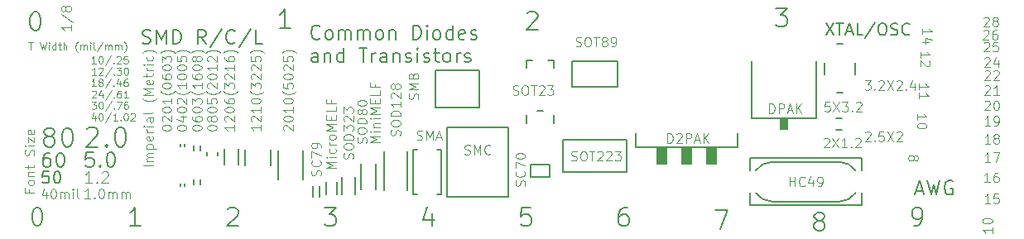
<source format=gbr>
%TF.GenerationSoftware,KiCad,Pcbnew,5.0.2+dfsg1-1*%
%TF.CreationDate,2019-09-16T18:41:00-07:00*%
%TF.ProjectId,Adafruit PCB Reference Ruler,41646166-7275-4697-9420-504342205265,rev?*%
%TF.SameCoordinates,Original*%
%TF.FileFunction,Legend,Top*%
%TF.FilePolarity,Positive*%
%FSLAX46Y46*%
G04 Gerber Fmt 4.6, Leading zero omitted, Abs format (unit mm)*
G04 Created by KiCad (PCBNEW 5.0.2+dfsg1-1) date Mon 16 Sep 2019 06:41:00 PM PDT*
%MOMM*%
%LPD*%
G01*
G04 APERTURE LIST*
%ADD10C,0.200000*%
%ADD11C,0.150000*%
%ADD12C,0.120000*%
%ADD13C,0.100000*%
%ADD14C,0.160000*%
%ADD15C,0.101600*%
%ADD16C,0.127000*%
%ADD17C,0.152400*%
%ADD18C,0.203200*%
G04 APERTURE END LIST*
D10*
X78323852Y-105689638D02*
X78419090Y-105594400D01*
X78609566Y-105499161D01*
X79085757Y-105499161D01*
X79276233Y-105594400D01*
X79371471Y-105689638D01*
X79466709Y-105880114D01*
X79466709Y-106070590D01*
X79371471Y-106356304D01*
X78228614Y-107499161D01*
X79466709Y-107499161D01*
X80323852Y-107308685D02*
X80419090Y-107403923D01*
X80323852Y-107499161D01*
X80228614Y-107403923D01*
X80323852Y-107308685D01*
X80323852Y-107499161D01*
X81657185Y-105499161D02*
X81847661Y-105499161D01*
X82038138Y-105594400D01*
X82133376Y-105689638D01*
X82228614Y-105880114D01*
X82323852Y-106261066D01*
X82323852Y-106737257D01*
X82228614Y-107118209D01*
X82133376Y-107308685D01*
X82038138Y-107403923D01*
X81847661Y-107499161D01*
X81657185Y-107499161D01*
X81466709Y-107403923D01*
X81371471Y-107308685D01*
X81276233Y-107118209D01*
X81180995Y-106737257D01*
X81180995Y-106261066D01*
X81276233Y-105880114D01*
X81371471Y-105689638D01*
X81466709Y-105594400D01*
X81657185Y-105499161D01*
D11*
X78981828Y-108054971D02*
X78267542Y-108054971D01*
X78196114Y-108769257D01*
X78267542Y-108697828D01*
X78410400Y-108626400D01*
X78767542Y-108626400D01*
X78910400Y-108697828D01*
X78981828Y-108769257D01*
X79053257Y-108912114D01*
X79053257Y-109269257D01*
X78981828Y-109412114D01*
X78910400Y-109483542D01*
X78767542Y-109554971D01*
X78410400Y-109554971D01*
X78267542Y-109483542D01*
X78196114Y-109412114D01*
X79696114Y-109412114D02*
X79767542Y-109483542D01*
X79696114Y-109554971D01*
X79624685Y-109483542D01*
X79696114Y-109412114D01*
X79696114Y-109554971D01*
X80696114Y-108054971D02*
X80838971Y-108054971D01*
X80981828Y-108126400D01*
X81053257Y-108197828D01*
X81124685Y-108340685D01*
X81196114Y-108626400D01*
X81196114Y-108983542D01*
X81124685Y-109269257D01*
X81053257Y-109412114D01*
X80981828Y-109483542D01*
X80838971Y-109554971D01*
X80696114Y-109554971D01*
X80553257Y-109483542D01*
X80481828Y-109412114D01*
X80410400Y-109269257D01*
X80338971Y-108983542D01*
X80338971Y-108626400D01*
X80410400Y-108340685D01*
X80481828Y-108197828D01*
X80553257Y-108126400D01*
X80696114Y-108054971D01*
D12*
X78830585Y-111220257D02*
X78144871Y-111220257D01*
X78487728Y-111220257D02*
X78487728Y-110020257D01*
X78373442Y-110191685D01*
X78259157Y-110305971D01*
X78144871Y-110363114D01*
X79344871Y-111105971D02*
X79402014Y-111163114D01*
X79344871Y-111220257D01*
X79287728Y-111163114D01*
X79344871Y-111105971D01*
X79344871Y-111220257D01*
X79859157Y-110134542D02*
X79916300Y-110077400D01*
X80030585Y-110020257D01*
X80316300Y-110020257D01*
X80430585Y-110077400D01*
X80487728Y-110134542D01*
X80544871Y-110248828D01*
X80544871Y-110363114D01*
X80487728Y-110534542D01*
X79802014Y-111220257D01*
X80544871Y-111220257D01*
D13*
X78665204Y-112779180D02*
X78093776Y-112779180D01*
X78379490Y-112779180D02*
X78379490Y-111779180D01*
X78284252Y-111922038D01*
X78189014Y-112017276D01*
X78093776Y-112064895D01*
X79093776Y-112683942D02*
X79141395Y-112731561D01*
X79093776Y-112779180D01*
X79046157Y-112731561D01*
X79093776Y-112683942D01*
X79093776Y-112779180D01*
X79760442Y-111779180D02*
X79855680Y-111779180D01*
X79950919Y-111826800D01*
X79998538Y-111874419D01*
X80046157Y-111969657D01*
X80093776Y-112160133D01*
X80093776Y-112398228D01*
X80046157Y-112588704D01*
X79998538Y-112683942D01*
X79950919Y-112731561D01*
X79855680Y-112779180D01*
X79760442Y-112779180D01*
X79665204Y-112731561D01*
X79617585Y-112683942D01*
X79569966Y-112588704D01*
X79522347Y-112398228D01*
X79522347Y-112160133D01*
X79569966Y-111969657D01*
X79617585Y-111874419D01*
X79665204Y-111826800D01*
X79760442Y-111779180D01*
X80522347Y-112779180D02*
X80522347Y-112112514D01*
X80522347Y-112207752D02*
X80569966Y-112160133D01*
X80665204Y-112112514D01*
X80808061Y-112112514D01*
X80903300Y-112160133D01*
X80950919Y-112255371D01*
X80950919Y-112779180D01*
X80950919Y-112255371D02*
X80998538Y-112160133D01*
X81093776Y-112112514D01*
X81236633Y-112112514D01*
X81331871Y-112160133D01*
X81379490Y-112255371D01*
X81379490Y-112779180D01*
X81855680Y-112779180D02*
X81855680Y-112112514D01*
X81855680Y-112207752D02*
X81903300Y-112160133D01*
X81998538Y-112112514D01*
X82141395Y-112112514D01*
X82236633Y-112160133D01*
X82284252Y-112255371D01*
X82284252Y-112779180D01*
X82284252Y-112255371D02*
X82331871Y-112160133D01*
X82427109Y-112112514D01*
X82569966Y-112112514D01*
X82665204Y-112160133D01*
X82712823Y-112255371D01*
X82712823Y-112779180D01*
X78802942Y-102865685D02*
X79267228Y-102865685D01*
X79017228Y-103151400D01*
X79124371Y-103151400D01*
X79195800Y-103187114D01*
X79231514Y-103222828D01*
X79267228Y-103294257D01*
X79267228Y-103472828D01*
X79231514Y-103544257D01*
X79195800Y-103579971D01*
X79124371Y-103615685D01*
X78910085Y-103615685D01*
X78838657Y-103579971D01*
X78802942Y-103544257D01*
X79731514Y-102865685D02*
X79802942Y-102865685D01*
X79874371Y-102901400D01*
X79910085Y-102937114D01*
X79945800Y-103008542D01*
X79981514Y-103151400D01*
X79981514Y-103329971D01*
X79945800Y-103472828D01*
X79910085Y-103544257D01*
X79874371Y-103579971D01*
X79802942Y-103615685D01*
X79731514Y-103615685D01*
X79660085Y-103579971D01*
X79624371Y-103544257D01*
X79588657Y-103472828D01*
X79552942Y-103329971D01*
X79552942Y-103151400D01*
X79588657Y-103008542D01*
X79624371Y-102937114D01*
X79660085Y-102901400D01*
X79731514Y-102865685D01*
X80838657Y-102829971D02*
X80195800Y-103794257D01*
X81088657Y-103544257D02*
X81124371Y-103579971D01*
X81088657Y-103615685D01*
X81052942Y-103579971D01*
X81088657Y-103544257D01*
X81088657Y-103615685D01*
X81374371Y-102865685D02*
X81874371Y-102865685D01*
X81552942Y-103615685D01*
X82481514Y-102865685D02*
X82338657Y-102865685D01*
X82267228Y-102901400D01*
X82231514Y-102937114D01*
X82160085Y-103044257D01*
X82124371Y-103187114D01*
X82124371Y-103472828D01*
X82160085Y-103544257D01*
X82195800Y-103579971D01*
X82267228Y-103615685D01*
X82410085Y-103615685D01*
X82481514Y-103579971D01*
X82517228Y-103544257D01*
X82552942Y-103472828D01*
X82552942Y-103294257D01*
X82517228Y-103222828D01*
X82481514Y-103187114D01*
X82410085Y-103151400D01*
X82267228Y-103151400D01*
X82195800Y-103187114D01*
X82160085Y-103222828D01*
X82124371Y-103294257D01*
X78838657Y-101819514D02*
X78874371Y-101783800D01*
X78945800Y-101748085D01*
X79124371Y-101748085D01*
X79195800Y-101783800D01*
X79231514Y-101819514D01*
X79267228Y-101890942D01*
X79267228Y-101962371D01*
X79231514Y-102069514D01*
X78802942Y-102498085D01*
X79267228Y-102498085D01*
X79910085Y-101998085D02*
X79910085Y-102498085D01*
X79731514Y-101712371D02*
X79552942Y-102248085D01*
X80017228Y-102248085D01*
X80838657Y-101712371D02*
X80195800Y-102676657D01*
X81088657Y-102426657D02*
X81124371Y-102462371D01*
X81088657Y-102498085D01*
X81052942Y-102462371D01*
X81088657Y-102426657D01*
X81088657Y-102498085D01*
X81767228Y-101748085D02*
X81624371Y-101748085D01*
X81552942Y-101783800D01*
X81517228Y-101819514D01*
X81445800Y-101926657D01*
X81410085Y-102069514D01*
X81410085Y-102355228D01*
X81445800Y-102426657D01*
X81481514Y-102462371D01*
X81552942Y-102498085D01*
X81695800Y-102498085D01*
X81767228Y-102462371D01*
X81802942Y-102426657D01*
X81838657Y-102355228D01*
X81838657Y-102176657D01*
X81802942Y-102105228D01*
X81767228Y-102069514D01*
X81695800Y-102033800D01*
X81552942Y-102033800D01*
X81481514Y-102069514D01*
X81445800Y-102105228D01*
X81410085Y-102176657D01*
X82552942Y-102498085D02*
X82124371Y-102498085D01*
X82338657Y-102498085D02*
X82338657Y-101748085D01*
X82267228Y-101855228D01*
X82195800Y-101926657D01*
X82124371Y-101962371D01*
X79241828Y-101304285D02*
X78813257Y-101304285D01*
X79027542Y-101304285D02*
X79027542Y-100554285D01*
X78956114Y-100661428D01*
X78884685Y-100732857D01*
X78813257Y-100768571D01*
X79670400Y-100875714D02*
X79598971Y-100840000D01*
X79563257Y-100804285D01*
X79527542Y-100732857D01*
X79527542Y-100697142D01*
X79563257Y-100625714D01*
X79598971Y-100590000D01*
X79670400Y-100554285D01*
X79813257Y-100554285D01*
X79884685Y-100590000D01*
X79920400Y-100625714D01*
X79956114Y-100697142D01*
X79956114Y-100732857D01*
X79920400Y-100804285D01*
X79884685Y-100840000D01*
X79813257Y-100875714D01*
X79670400Y-100875714D01*
X79598971Y-100911428D01*
X79563257Y-100947142D01*
X79527542Y-101018571D01*
X79527542Y-101161428D01*
X79563257Y-101232857D01*
X79598971Y-101268571D01*
X79670400Y-101304285D01*
X79813257Y-101304285D01*
X79884685Y-101268571D01*
X79920400Y-101232857D01*
X79956114Y-101161428D01*
X79956114Y-101018571D01*
X79920400Y-100947142D01*
X79884685Y-100911428D01*
X79813257Y-100875714D01*
X80813257Y-100518571D02*
X80170400Y-101482857D01*
X81063257Y-101232857D02*
X81098971Y-101268571D01*
X81063257Y-101304285D01*
X81027542Y-101268571D01*
X81063257Y-101232857D01*
X81063257Y-101304285D01*
X81741828Y-100804285D02*
X81741828Y-101304285D01*
X81563257Y-100518571D02*
X81384685Y-101054285D01*
X81848971Y-101054285D01*
X82456114Y-100554285D02*
X82313257Y-100554285D01*
X82241828Y-100590000D01*
X82206114Y-100625714D01*
X82134685Y-100732857D01*
X82098971Y-100875714D01*
X82098971Y-101161428D01*
X82134685Y-101232857D01*
X82170400Y-101268571D01*
X82241828Y-101304285D01*
X82384685Y-101304285D01*
X82456114Y-101268571D01*
X82491828Y-101232857D01*
X82527542Y-101161428D01*
X82527542Y-100982857D01*
X82491828Y-100911428D01*
X82456114Y-100875714D01*
X82384685Y-100840000D01*
X82241828Y-100840000D01*
X82170400Y-100875714D01*
X82134685Y-100911428D01*
X82098971Y-100982857D01*
X79267228Y-100135885D02*
X78838657Y-100135885D01*
X79052942Y-100135885D02*
X79052942Y-99385885D01*
X78981514Y-99493028D01*
X78910085Y-99564457D01*
X78838657Y-99600171D01*
X79552942Y-99457314D02*
X79588657Y-99421600D01*
X79660085Y-99385885D01*
X79838657Y-99385885D01*
X79910085Y-99421600D01*
X79945800Y-99457314D01*
X79981514Y-99528742D01*
X79981514Y-99600171D01*
X79945800Y-99707314D01*
X79517228Y-100135885D01*
X79981514Y-100135885D01*
X80838657Y-99350171D02*
X80195800Y-100314457D01*
X81088657Y-100064457D02*
X81124371Y-100100171D01*
X81088657Y-100135885D01*
X81052942Y-100100171D01*
X81088657Y-100064457D01*
X81088657Y-100135885D01*
X81374371Y-99385885D02*
X81838657Y-99385885D01*
X81588657Y-99671600D01*
X81695800Y-99671600D01*
X81767228Y-99707314D01*
X81802942Y-99743028D01*
X81838657Y-99814457D01*
X81838657Y-99993028D01*
X81802942Y-100064457D01*
X81767228Y-100100171D01*
X81695800Y-100135885D01*
X81481514Y-100135885D01*
X81410085Y-100100171D01*
X81374371Y-100064457D01*
X82302942Y-99385885D02*
X82374371Y-99385885D01*
X82445800Y-99421600D01*
X82481514Y-99457314D01*
X82517228Y-99528742D01*
X82552942Y-99671600D01*
X82552942Y-99850171D01*
X82517228Y-99993028D01*
X82481514Y-100064457D01*
X82445800Y-100100171D01*
X82374371Y-100135885D01*
X82302942Y-100135885D01*
X82231514Y-100100171D01*
X82195800Y-100064457D01*
X82160085Y-99993028D01*
X82124371Y-99850171D01*
X82124371Y-99671600D01*
X82160085Y-99528742D01*
X82195800Y-99457314D01*
X82231514Y-99421600D01*
X82302942Y-99385885D01*
X79241828Y-98967485D02*
X78813257Y-98967485D01*
X79027542Y-98967485D02*
X79027542Y-98217485D01*
X78956114Y-98324628D01*
X78884685Y-98396057D01*
X78813257Y-98431771D01*
X79706114Y-98217485D02*
X79777542Y-98217485D01*
X79848971Y-98253200D01*
X79884685Y-98288914D01*
X79920400Y-98360342D01*
X79956114Y-98503200D01*
X79956114Y-98681771D01*
X79920400Y-98824628D01*
X79884685Y-98896057D01*
X79848971Y-98931771D01*
X79777542Y-98967485D01*
X79706114Y-98967485D01*
X79634685Y-98931771D01*
X79598971Y-98896057D01*
X79563257Y-98824628D01*
X79527542Y-98681771D01*
X79527542Y-98503200D01*
X79563257Y-98360342D01*
X79598971Y-98288914D01*
X79634685Y-98253200D01*
X79706114Y-98217485D01*
X80813257Y-98181771D02*
X80170400Y-99146057D01*
X81063257Y-98896057D02*
X81098971Y-98931771D01*
X81063257Y-98967485D01*
X81027542Y-98931771D01*
X81063257Y-98896057D01*
X81063257Y-98967485D01*
X81384685Y-98288914D02*
X81420400Y-98253200D01*
X81491828Y-98217485D01*
X81670400Y-98217485D01*
X81741828Y-98253200D01*
X81777542Y-98288914D01*
X81813257Y-98360342D01*
X81813257Y-98431771D01*
X81777542Y-98538914D01*
X81348971Y-98967485D01*
X81813257Y-98967485D01*
X82491828Y-98217485D02*
X82134685Y-98217485D01*
X82098971Y-98574628D01*
X82134685Y-98538914D01*
X82206114Y-98503200D01*
X82384685Y-98503200D01*
X82456114Y-98538914D01*
X82491828Y-98574628D01*
X82527542Y-98646057D01*
X82527542Y-98824628D01*
X82491828Y-98896057D01*
X82456114Y-98931771D01*
X82384685Y-98967485D01*
X82206114Y-98967485D01*
X82134685Y-98931771D01*
X82098971Y-98896057D01*
X79168857Y-104309485D02*
X79168857Y-104809485D01*
X78990285Y-104023771D02*
X78811714Y-104559485D01*
X79276000Y-104559485D01*
X79704571Y-104059485D02*
X79776000Y-104059485D01*
X79847428Y-104095200D01*
X79883142Y-104130914D01*
X79918857Y-104202342D01*
X79954571Y-104345200D01*
X79954571Y-104523771D01*
X79918857Y-104666628D01*
X79883142Y-104738057D01*
X79847428Y-104773771D01*
X79776000Y-104809485D01*
X79704571Y-104809485D01*
X79633142Y-104773771D01*
X79597428Y-104738057D01*
X79561714Y-104666628D01*
X79526000Y-104523771D01*
X79526000Y-104345200D01*
X79561714Y-104202342D01*
X79597428Y-104130914D01*
X79633142Y-104095200D01*
X79704571Y-104059485D01*
X80811714Y-104023771D02*
X80168857Y-104988057D01*
X81454571Y-104809485D02*
X81026000Y-104809485D01*
X81240285Y-104809485D02*
X81240285Y-104059485D01*
X81168857Y-104166628D01*
X81097428Y-104238057D01*
X81026000Y-104273771D01*
X81776000Y-104738057D02*
X81811714Y-104773771D01*
X81776000Y-104809485D01*
X81740285Y-104773771D01*
X81776000Y-104738057D01*
X81776000Y-104809485D01*
X82276000Y-104059485D02*
X82347428Y-104059485D01*
X82418857Y-104095200D01*
X82454571Y-104130914D01*
X82490285Y-104202342D01*
X82526000Y-104345200D01*
X82526000Y-104523771D01*
X82490285Y-104666628D01*
X82454571Y-104738057D01*
X82418857Y-104773771D01*
X82347428Y-104809485D01*
X82276000Y-104809485D01*
X82204571Y-104773771D01*
X82168857Y-104738057D01*
X82133142Y-104666628D01*
X82097428Y-104523771D01*
X82097428Y-104345200D01*
X82133142Y-104202342D01*
X82168857Y-104130914D01*
X82204571Y-104095200D01*
X82276000Y-104059485D01*
X82811714Y-104130914D02*
X82847428Y-104095200D01*
X82918857Y-104059485D01*
X83097428Y-104059485D01*
X83168857Y-104095200D01*
X83204571Y-104130914D01*
X83240285Y-104202342D01*
X83240285Y-104273771D01*
X83204571Y-104380914D01*
X82776000Y-104809485D01*
X83240285Y-104809485D01*
D14*
X73161985Y-113713123D02*
X73342938Y-113713123D01*
X73523890Y-113803600D01*
X73614366Y-113894076D01*
X73704842Y-114075028D01*
X73795319Y-114436933D01*
X73795319Y-114889314D01*
X73704842Y-115251219D01*
X73614366Y-115432171D01*
X73523890Y-115522647D01*
X73342938Y-115613123D01*
X73161985Y-115613123D01*
X72981033Y-115522647D01*
X72890557Y-115432171D01*
X72800080Y-115251219D01*
X72709604Y-114889314D01*
X72709604Y-114436933D01*
X72800080Y-114075028D01*
X72890557Y-113894076D01*
X72981033Y-113803600D01*
X73161985Y-113713123D01*
X83795319Y-115613123D02*
X82709604Y-115613123D01*
X83252461Y-115613123D02*
X83252461Y-113713123D01*
X83071509Y-113984552D01*
X82890557Y-114165504D01*
X82709604Y-114255980D01*
X92709604Y-113894076D02*
X92800080Y-113803600D01*
X92981033Y-113713123D01*
X93433414Y-113713123D01*
X93614366Y-113803600D01*
X93704842Y-113894076D01*
X93795319Y-114075028D01*
X93795319Y-114255980D01*
X93704842Y-114527409D01*
X92619128Y-115613123D01*
X93795319Y-115613123D01*
X102619128Y-113713123D02*
X103795319Y-113713123D01*
X103161985Y-114436933D01*
X103433414Y-114436933D01*
X103614366Y-114527409D01*
X103704842Y-114617885D01*
X103795319Y-114798838D01*
X103795319Y-115251219D01*
X103704842Y-115432171D01*
X103614366Y-115522647D01*
X103433414Y-115613123D01*
X102890557Y-115613123D01*
X102709604Y-115522647D01*
X102619128Y-115432171D01*
X113614366Y-114346457D02*
X113614366Y-115613123D01*
X113161985Y-113622647D02*
X112709604Y-114979790D01*
X113885795Y-114979790D01*
X123704842Y-113713123D02*
X122800080Y-113713123D01*
X122709604Y-114617885D01*
X122800080Y-114527409D01*
X122981033Y-114436933D01*
X123433414Y-114436933D01*
X123614366Y-114527409D01*
X123704842Y-114617885D01*
X123795319Y-114798838D01*
X123795319Y-115251219D01*
X123704842Y-115432171D01*
X123614366Y-115522647D01*
X123433414Y-115613123D01*
X122981033Y-115613123D01*
X122800080Y-115522647D01*
X122709604Y-115432171D01*
X133614366Y-113713123D02*
X133252461Y-113713123D01*
X133071509Y-113803600D01*
X132981033Y-113894076D01*
X132800080Y-114165504D01*
X132709604Y-114527409D01*
X132709604Y-115251219D01*
X132800080Y-115432171D01*
X132890557Y-115522647D01*
X133071509Y-115613123D01*
X133433414Y-115613123D01*
X133614366Y-115522647D01*
X133704842Y-115432171D01*
X133795319Y-115251219D01*
X133795319Y-114798838D01*
X133704842Y-114617885D01*
X133614366Y-114527409D01*
X133433414Y-114436933D01*
X133071509Y-114436933D01*
X132890557Y-114527409D01*
X132800080Y-114617885D01*
X132709604Y-114798838D01*
X142619128Y-113985923D02*
X143885795Y-113985923D01*
X143071509Y-115885923D01*
X153071509Y-115035409D02*
X152890557Y-114944933D01*
X152800080Y-114854457D01*
X152709604Y-114673504D01*
X152709604Y-114583028D01*
X152800080Y-114402076D01*
X152890557Y-114311600D01*
X153071509Y-114221123D01*
X153433414Y-114221123D01*
X153614366Y-114311600D01*
X153704842Y-114402076D01*
X153795319Y-114583028D01*
X153795319Y-114673504D01*
X153704842Y-114854457D01*
X153614366Y-114944933D01*
X153433414Y-115035409D01*
X153071509Y-115035409D01*
X152890557Y-115125885D01*
X152800080Y-115216361D01*
X152709604Y-115397314D01*
X152709604Y-115759219D01*
X152800080Y-115940171D01*
X152890557Y-116030647D01*
X153071509Y-116121123D01*
X153433414Y-116121123D01*
X153614366Y-116030647D01*
X153704842Y-115940171D01*
X153795319Y-115759219D01*
X153795319Y-115397314D01*
X153704842Y-115216361D01*
X153614366Y-115125885D01*
X153433414Y-115035409D01*
X162890557Y-115613123D02*
X163252461Y-115613123D01*
X163433414Y-115522647D01*
X163523890Y-115432171D01*
X163704842Y-115160742D01*
X163795319Y-114798838D01*
X163795319Y-114075028D01*
X163704842Y-113894076D01*
X163614366Y-113803600D01*
X163433414Y-113713123D01*
X163071509Y-113713123D01*
X162890557Y-113803600D01*
X162800080Y-113894076D01*
X162709604Y-114075028D01*
X162709604Y-114527409D01*
X162800080Y-114708361D01*
X162890557Y-114798838D01*
X163071509Y-114889314D01*
X163433414Y-114889314D01*
X163614366Y-114798838D01*
X163704842Y-114708361D01*
X163795319Y-114527409D01*
D13*
X170919780Y-115733695D02*
X170919780Y-116305123D01*
X170919780Y-116019409D02*
X169919780Y-116019409D01*
X170062638Y-116114647D01*
X170157876Y-116209885D01*
X170205495Y-116305123D01*
X169919780Y-115114647D02*
X169919780Y-115019409D01*
X169967400Y-114924171D01*
X170015019Y-114876552D01*
X170110257Y-114828933D01*
X170300733Y-114781314D01*
X170538828Y-114781314D01*
X170729304Y-114828933D01*
X170824542Y-114876552D01*
X170872161Y-114924171D01*
X170919780Y-115019409D01*
X170919780Y-115114647D01*
X170872161Y-115209885D01*
X170824542Y-115257504D01*
X170729304Y-115305123D01*
X170538828Y-115352742D01*
X170300733Y-115352742D01*
X170110257Y-115305123D01*
X170015019Y-115257504D01*
X169967400Y-115209885D01*
X169919780Y-115114647D01*
D14*
X72978085Y-93691323D02*
X73159038Y-93691323D01*
X73339990Y-93781800D01*
X73430466Y-93872276D01*
X73520942Y-94053228D01*
X73611419Y-94415133D01*
X73611419Y-94867514D01*
X73520942Y-95229419D01*
X73430466Y-95410371D01*
X73339990Y-95500847D01*
X73159038Y-95591323D01*
X72978085Y-95591323D01*
X72797133Y-95500847D01*
X72706657Y-95410371D01*
X72616180Y-95229419D01*
X72525704Y-94867514D01*
X72525704Y-94415133D01*
X72616180Y-94053228D01*
X72706657Y-93872276D01*
X72797133Y-93781800D01*
X72978085Y-93691323D01*
X99138419Y-95311923D02*
X98052704Y-95311923D01*
X98595561Y-95311923D02*
X98595561Y-93411923D01*
X98414609Y-93683352D01*
X98233657Y-93864304D01*
X98052704Y-93954780D01*
X123351104Y-93796076D02*
X123441580Y-93705600D01*
X123622533Y-93615123D01*
X124074914Y-93615123D01*
X124255866Y-93705600D01*
X124346342Y-93796076D01*
X124436819Y-93977028D01*
X124436819Y-94157980D01*
X124346342Y-94429409D01*
X123260628Y-95515123D01*
X124436819Y-95515123D01*
X148762228Y-93310323D02*
X149938419Y-93310323D01*
X149305085Y-94034133D01*
X149576514Y-94034133D01*
X149757466Y-94124609D01*
X149847942Y-94215085D01*
X149938419Y-94396038D01*
X149938419Y-94848419D01*
X149847942Y-95029371D01*
X149757466Y-95119847D01*
X149576514Y-95210323D01*
X149033657Y-95210323D01*
X148852704Y-95119847D01*
X148762228Y-95029371D01*
D15*
X72362368Y-96801085D02*
X72790940Y-96801085D01*
X72576654Y-97551085D02*
X72576654Y-96801085D01*
X73540940Y-96801085D02*
X73719511Y-97551085D01*
X73862368Y-97015371D01*
X74005225Y-97551085D01*
X74183797Y-96801085D01*
X74469511Y-97551085D02*
X74469511Y-97051085D01*
X74469511Y-96801085D02*
X74433797Y-96836800D01*
X74469511Y-96872514D01*
X74505225Y-96836800D01*
X74469511Y-96801085D01*
X74469511Y-96872514D01*
X75148082Y-97551085D02*
X75148082Y-96801085D01*
X75148082Y-97515371D02*
X75076654Y-97551085D01*
X74933797Y-97551085D01*
X74862368Y-97515371D01*
X74826654Y-97479657D01*
X74790940Y-97408228D01*
X74790940Y-97193942D01*
X74826654Y-97122514D01*
X74862368Y-97086800D01*
X74933797Y-97051085D01*
X75076654Y-97051085D01*
X75148082Y-97086800D01*
X75398082Y-97051085D02*
X75683797Y-97051085D01*
X75505225Y-96801085D02*
X75505225Y-97443942D01*
X75540940Y-97515371D01*
X75612368Y-97551085D01*
X75683797Y-97551085D01*
X75933797Y-97551085D02*
X75933797Y-96801085D01*
X76255225Y-97551085D02*
X76255225Y-97158228D01*
X76219511Y-97086800D01*
X76148082Y-97051085D01*
X76040940Y-97051085D01*
X75969511Y-97086800D01*
X75933797Y-97122514D01*
X77398082Y-97836800D02*
X77362368Y-97801085D01*
X77290940Y-97693942D01*
X77255225Y-97622514D01*
X77219511Y-97515371D01*
X77183797Y-97336800D01*
X77183797Y-97193942D01*
X77219511Y-97015371D01*
X77255225Y-96908228D01*
X77290940Y-96836800D01*
X77362368Y-96729657D01*
X77398082Y-96693942D01*
X77683797Y-97551085D02*
X77683797Y-97051085D01*
X77683797Y-97122514D02*
X77719511Y-97086800D01*
X77790940Y-97051085D01*
X77898082Y-97051085D01*
X77969511Y-97086800D01*
X78005225Y-97158228D01*
X78005225Y-97551085D01*
X78005225Y-97158228D02*
X78040940Y-97086800D01*
X78112368Y-97051085D01*
X78219511Y-97051085D01*
X78290940Y-97086800D01*
X78326654Y-97158228D01*
X78326654Y-97551085D01*
X78683797Y-97551085D02*
X78683797Y-97051085D01*
X78683797Y-96801085D02*
X78648082Y-96836800D01*
X78683797Y-96872514D01*
X78719511Y-96836800D01*
X78683797Y-96801085D01*
X78683797Y-96872514D01*
X79148082Y-97551085D02*
X79076654Y-97515371D01*
X79040940Y-97443942D01*
X79040940Y-96801085D01*
X79969511Y-96765371D02*
X79326654Y-97729657D01*
X80219511Y-97551085D02*
X80219511Y-97051085D01*
X80219511Y-97122514D02*
X80255225Y-97086800D01*
X80326654Y-97051085D01*
X80433797Y-97051085D01*
X80505225Y-97086800D01*
X80540940Y-97158228D01*
X80540940Y-97551085D01*
X80540940Y-97158228D02*
X80576654Y-97086800D01*
X80648082Y-97051085D01*
X80755225Y-97051085D01*
X80826654Y-97086800D01*
X80862368Y-97158228D01*
X80862368Y-97551085D01*
X81219511Y-97551085D02*
X81219511Y-97051085D01*
X81219511Y-97122514D02*
X81255225Y-97086800D01*
X81326654Y-97051085D01*
X81433797Y-97051085D01*
X81505225Y-97086800D01*
X81540940Y-97158228D01*
X81540940Y-97551085D01*
X81540940Y-97158228D02*
X81576654Y-97086800D01*
X81648082Y-97051085D01*
X81755225Y-97051085D01*
X81826654Y-97086800D01*
X81862368Y-97158228D01*
X81862368Y-97551085D01*
X82148082Y-97836800D02*
X82183797Y-97801085D01*
X82255225Y-97693942D01*
X82290940Y-97622514D01*
X82326654Y-97515371D01*
X82362368Y-97336800D01*
X82362368Y-97193942D01*
X82326654Y-97015371D01*
X82290940Y-96908228D01*
X82255225Y-96836800D01*
X82183797Y-96729657D01*
X82148082Y-96693942D01*
X85094838Y-109432150D02*
X84129638Y-109432150D01*
X85094838Y-108972531D02*
X84451371Y-108972531D01*
X84543295Y-108972531D02*
X84497333Y-108926569D01*
X84451371Y-108834645D01*
X84451371Y-108696760D01*
X84497333Y-108604836D01*
X84589257Y-108558874D01*
X85094838Y-108558874D01*
X84589257Y-108558874D02*
X84497333Y-108512912D01*
X84451371Y-108420988D01*
X84451371Y-108283102D01*
X84497333Y-108191179D01*
X84589257Y-108145217D01*
X85094838Y-108145217D01*
X84451371Y-107685598D02*
X85416571Y-107685598D01*
X84497333Y-107685598D02*
X84451371Y-107593674D01*
X84451371Y-107409826D01*
X84497333Y-107317902D01*
X84543295Y-107271940D01*
X84635219Y-107225979D01*
X84910990Y-107225979D01*
X85002914Y-107271940D01*
X85048876Y-107317902D01*
X85094838Y-107409826D01*
X85094838Y-107593674D01*
X85048876Y-107685598D01*
X85048876Y-106444626D02*
X85094838Y-106536550D01*
X85094838Y-106720398D01*
X85048876Y-106812321D01*
X84956952Y-106858283D01*
X84589257Y-106858283D01*
X84497333Y-106812321D01*
X84451371Y-106720398D01*
X84451371Y-106536550D01*
X84497333Y-106444626D01*
X84589257Y-106398664D01*
X84681180Y-106398664D01*
X84773104Y-106858283D01*
X85094838Y-105985007D02*
X84451371Y-105985007D01*
X84635219Y-105985007D02*
X84543295Y-105939045D01*
X84497333Y-105893083D01*
X84451371Y-105801160D01*
X84451371Y-105709236D01*
X85094838Y-105387502D02*
X84451371Y-105387502D01*
X84129638Y-105387502D02*
X84175600Y-105433464D01*
X84221561Y-105387502D01*
X84175600Y-105341540D01*
X84129638Y-105387502D01*
X84221561Y-105387502D01*
X85094838Y-104514226D02*
X84589257Y-104514226D01*
X84497333Y-104560188D01*
X84451371Y-104652112D01*
X84451371Y-104835960D01*
X84497333Y-104927883D01*
X85048876Y-104514226D02*
X85094838Y-104606150D01*
X85094838Y-104835960D01*
X85048876Y-104927883D01*
X84956952Y-104973845D01*
X84865028Y-104973845D01*
X84773104Y-104927883D01*
X84727142Y-104835960D01*
X84727142Y-104606150D01*
X84681180Y-104514226D01*
X85094838Y-103916721D02*
X85048876Y-104008645D01*
X84956952Y-104054607D01*
X84129638Y-104054607D01*
X85462533Y-102537864D02*
X85416571Y-102583826D01*
X85278685Y-102675750D01*
X85186761Y-102721712D01*
X85048876Y-102767674D01*
X84819066Y-102813636D01*
X84635219Y-102813636D01*
X84405409Y-102767674D01*
X84267523Y-102721712D01*
X84175600Y-102675750D01*
X84037714Y-102583826D01*
X83991752Y-102537864D01*
X85094838Y-102170169D02*
X84129638Y-102170169D01*
X84819066Y-101848436D01*
X84129638Y-101526702D01*
X85094838Y-101526702D01*
X85048876Y-100699388D02*
X85094838Y-100791312D01*
X85094838Y-100975160D01*
X85048876Y-101067083D01*
X84956952Y-101113045D01*
X84589257Y-101113045D01*
X84497333Y-101067083D01*
X84451371Y-100975160D01*
X84451371Y-100791312D01*
X84497333Y-100699388D01*
X84589257Y-100653426D01*
X84681180Y-100653426D01*
X84773104Y-101113045D01*
X84451371Y-100377655D02*
X84451371Y-100009960D01*
X84129638Y-100239769D02*
X84956952Y-100239769D01*
X85048876Y-100193807D01*
X85094838Y-100101883D01*
X85094838Y-100009960D01*
X85094838Y-99688226D02*
X84451371Y-99688226D01*
X84635219Y-99688226D02*
X84543295Y-99642264D01*
X84497333Y-99596302D01*
X84451371Y-99504379D01*
X84451371Y-99412455D01*
X85094838Y-99090721D02*
X84451371Y-99090721D01*
X84129638Y-99090721D02*
X84175600Y-99136683D01*
X84221561Y-99090721D01*
X84175600Y-99044760D01*
X84129638Y-99090721D01*
X84221561Y-99090721D01*
X85048876Y-98217445D02*
X85094838Y-98309369D01*
X85094838Y-98493217D01*
X85048876Y-98585140D01*
X85002914Y-98631102D01*
X84910990Y-98677064D01*
X84635219Y-98677064D01*
X84543295Y-98631102D01*
X84497333Y-98585140D01*
X84451371Y-98493217D01*
X84451371Y-98309369D01*
X84497333Y-98217445D01*
X85462533Y-97895712D02*
X85416571Y-97849750D01*
X85278685Y-97757826D01*
X85186761Y-97711864D01*
X85048876Y-97665902D01*
X84819066Y-97619940D01*
X84635219Y-97619940D01*
X84405409Y-97665902D01*
X84267523Y-97711864D01*
X84175600Y-97757826D01*
X84037714Y-97849750D01*
X83991752Y-97895712D01*
X85996538Y-105590702D02*
X85996538Y-105498779D01*
X86042500Y-105406855D01*
X86088461Y-105360893D01*
X86180385Y-105314931D01*
X86364233Y-105268969D01*
X86594042Y-105268969D01*
X86777890Y-105314931D01*
X86869814Y-105360893D01*
X86915776Y-105406855D01*
X86961738Y-105498779D01*
X86961738Y-105590702D01*
X86915776Y-105682626D01*
X86869814Y-105728588D01*
X86777890Y-105774550D01*
X86594042Y-105820512D01*
X86364233Y-105820512D01*
X86180385Y-105774550D01*
X86088461Y-105728588D01*
X86042500Y-105682626D01*
X85996538Y-105590702D01*
X86088461Y-104901274D02*
X86042500Y-104855312D01*
X85996538Y-104763388D01*
X85996538Y-104533579D01*
X86042500Y-104441655D01*
X86088461Y-104395693D01*
X86180385Y-104349731D01*
X86272309Y-104349731D01*
X86410195Y-104395693D01*
X86961738Y-104947236D01*
X86961738Y-104349731D01*
X85996538Y-103752226D02*
X85996538Y-103660302D01*
X86042500Y-103568379D01*
X86088461Y-103522417D01*
X86180385Y-103476455D01*
X86364233Y-103430493D01*
X86594042Y-103430493D01*
X86777890Y-103476455D01*
X86869814Y-103522417D01*
X86915776Y-103568379D01*
X86961738Y-103660302D01*
X86961738Y-103752226D01*
X86915776Y-103844150D01*
X86869814Y-103890112D01*
X86777890Y-103936074D01*
X86594042Y-103982036D01*
X86364233Y-103982036D01*
X86180385Y-103936074D01*
X86088461Y-103890112D01*
X86042500Y-103844150D01*
X85996538Y-103752226D01*
X86961738Y-102511255D02*
X86961738Y-103062798D01*
X86961738Y-102787026D02*
X85996538Y-102787026D01*
X86134423Y-102878950D01*
X86226347Y-102970874D01*
X86272309Y-103062798D01*
X87329433Y-101821826D02*
X87283471Y-101867788D01*
X87145585Y-101959712D01*
X87053661Y-102005674D01*
X86915776Y-102051636D01*
X86685966Y-102097598D01*
X86502119Y-102097598D01*
X86272309Y-102051636D01*
X86134423Y-102005674D01*
X86042500Y-101959712D01*
X85904614Y-101867788D01*
X85858652Y-101821826D01*
X85996538Y-101270283D02*
X85996538Y-101178360D01*
X86042500Y-101086436D01*
X86088461Y-101040474D01*
X86180385Y-100994512D01*
X86364233Y-100948550D01*
X86594042Y-100948550D01*
X86777890Y-100994512D01*
X86869814Y-101040474D01*
X86915776Y-101086436D01*
X86961738Y-101178360D01*
X86961738Y-101270283D01*
X86915776Y-101362207D01*
X86869814Y-101408169D01*
X86777890Y-101454131D01*
X86594042Y-101500093D01*
X86364233Y-101500093D01*
X86180385Y-101454131D01*
X86088461Y-101408169D01*
X86042500Y-101362207D01*
X85996538Y-101270283D01*
X85996538Y-100121236D02*
X85996538Y-100305083D01*
X86042500Y-100397007D01*
X86088461Y-100442969D01*
X86226347Y-100534893D01*
X86410195Y-100580855D01*
X86777890Y-100580855D01*
X86869814Y-100534893D01*
X86915776Y-100488931D01*
X86961738Y-100397007D01*
X86961738Y-100213160D01*
X86915776Y-100121236D01*
X86869814Y-100075274D01*
X86777890Y-100029312D01*
X86548080Y-100029312D01*
X86456157Y-100075274D01*
X86410195Y-100121236D01*
X86364233Y-100213160D01*
X86364233Y-100397007D01*
X86410195Y-100488931D01*
X86456157Y-100534893D01*
X86548080Y-100580855D01*
X85996538Y-99431807D02*
X85996538Y-99339883D01*
X86042500Y-99247960D01*
X86088461Y-99201998D01*
X86180385Y-99156036D01*
X86364233Y-99110074D01*
X86594042Y-99110074D01*
X86777890Y-99156036D01*
X86869814Y-99201998D01*
X86915776Y-99247960D01*
X86961738Y-99339883D01*
X86961738Y-99431807D01*
X86915776Y-99523731D01*
X86869814Y-99569693D01*
X86777890Y-99615655D01*
X86594042Y-99661617D01*
X86364233Y-99661617D01*
X86180385Y-99615655D01*
X86088461Y-99569693D01*
X86042500Y-99523731D01*
X85996538Y-99431807D01*
X85996538Y-98788340D02*
X85996538Y-98190836D01*
X86364233Y-98512569D01*
X86364233Y-98374683D01*
X86410195Y-98282760D01*
X86456157Y-98236798D01*
X86548080Y-98190836D01*
X86777890Y-98190836D01*
X86869814Y-98236798D01*
X86915776Y-98282760D01*
X86961738Y-98374683D01*
X86961738Y-98650455D01*
X86915776Y-98742379D01*
X86869814Y-98788340D01*
X87329433Y-97869102D02*
X87283471Y-97823140D01*
X87145585Y-97731217D01*
X87053661Y-97685255D01*
X86915776Y-97639293D01*
X86685966Y-97593331D01*
X86502119Y-97593331D01*
X86272309Y-97639293D01*
X86134423Y-97685255D01*
X86042500Y-97731217D01*
X85904614Y-97823140D01*
X85858652Y-97869102D01*
X87545938Y-105590702D02*
X87545938Y-105498779D01*
X87591900Y-105406855D01*
X87637861Y-105360893D01*
X87729785Y-105314931D01*
X87913633Y-105268969D01*
X88143442Y-105268969D01*
X88327290Y-105314931D01*
X88419214Y-105360893D01*
X88465176Y-105406855D01*
X88511138Y-105498779D01*
X88511138Y-105590702D01*
X88465176Y-105682626D01*
X88419214Y-105728588D01*
X88327290Y-105774550D01*
X88143442Y-105820512D01*
X87913633Y-105820512D01*
X87729785Y-105774550D01*
X87637861Y-105728588D01*
X87591900Y-105682626D01*
X87545938Y-105590702D01*
X87867671Y-104441655D02*
X88511138Y-104441655D01*
X87499976Y-104671464D02*
X88189404Y-104901274D01*
X88189404Y-104303769D01*
X87545938Y-103752226D02*
X87545938Y-103660302D01*
X87591900Y-103568379D01*
X87637861Y-103522417D01*
X87729785Y-103476455D01*
X87913633Y-103430493D01*
X88143442Y-103430493D01*
X88327290Y-103476455D01*
X88419214Y-103522417D01*
X88465176Y-103568379D01*
X88511138Y-103660302D01*
X88511138Y-103752226D01*
X88465176Y-103844150D01*
X88419214Y-103890112D01*
X88327290Y-103936074D01*
X88143442Y-103982036D01*
X87913633Y-103982036D01*
X87729785Y-103936074D01*
X87637861Y-103890112D01*
X87591900Y-103844150D01*
X87545938Y-103752226D01*
X87637861Y-103062798D02*
X87591900Y-103016836D01*
X87545938Y-102924912D01*
X87545938Y-102695102D01*
X87591900Y-102603179D01*
X87637861Y-102557217D01*
X87729785Y-102511255D01*
X87821709Y-102511255D01*
X87959595Y-102557217D01*
X88511138Y-103108760D01*
X88511138Y-102511255D01*
X88878833Y-101821826D02*
X88832871Y-101867788D01*
X88694985Y-101959712D01*
X88603061Y-102005674D01*
X88465176Y-102051636D01*
X88235366Y-102097598D01*
X88051519Y-102097598D01*
X87821709Y-102051636D01*
X87683823Y-102005674D01*
X87591900Y-101959712D01*
X87454014Y-101867788D01*
X87408052Y-101821826D01*
X88511138Y-100948550D02*
X88511138Y-101500093D01*
X88511138Y-101224321D02*
X87545938Y-101224321D01*
X87683823Y-101316245D01*
X87775747Y-101408169D01*
X87821709Y-101500093D01*
X87545938Y-100351045D02*
X87545938Y-100259121D01*
X87591900Y-100167198D01*
X87637861Y-100121236D01*
X87729785Y-100075274D01*
X87913633Y-100029312D01*
X88143442Y-100029312D01*
X88327290Y-100075274D01*
X88419214Y-100121236D01*
X88465176Y-100167198D01*
X88511138Y-100259121D01*
X88511138Y-100351045D01*
X88465176Y-100442969D01*
X88419214Y-100488931D01*
X88327290Y-100534893D01*
X88143442Y-100580855D01*
X87913633Y-100580855D01*
X87729785Y-100534893D01*
X87637861Y-100488931D01*
X87591900Y-100442969D01*
X87545938Y-100351045D01*
X87545938Y-99431807D02*
X87545938Y-99339883D01*
X87591900Y-99247960D01*
X87637861Y-99201998D01*
X87729785Y-99156036D01*
X87913633Y-99110074D01*
X88143442Y-99110074D01*
X88327290Y-99156036D01*
X88419214Y-99201998D01*
X88465176Y-99247960D01*
X88511138Y-99339883D01*
X88511138Y-99431807D01*
X88465176Y-99523731D01*
X88419214Y-99569693D01*
X88327290Y-99615655D01*
X88143442Y-99661617D01*
X87913633Y-99661617D01*
X87729785Y-99615655D01*
X87637861Y-99569693D01*
X87591900Y-99523731D01*
X87545938Y-99431807D01*
X87545938Y-98236798D02*
X87545938Y-98696417D01*
X88005557Y-98742379D01*
X87959595Y-98696417D01*
X87913633Y-98604493D01*
X87913633Y-98374683D01*
X87959595Y-98282760D01*
X88005557Y-98236798D01*
X88097480Y-98190836D01*
X88327290Y-98190836D01*
X88419214Y-98236798D01*
X88465176Y-98282760D01*
X88511138Y-98374683D01*
X88511138Y-98604493D01*
X88465176Y-98696417D01*
X88419214Y-98742379D01*
X88878833Y-97869102D02*
X88832871Y-97823140D01*
X88694985Y-97731217D01*
X88603061Y-97685255D01*
X88465176Y-97639293D01*
X88235366Y-97593331D01*
X88051519Y-97593331D01*
X87821709Y-97639293D01*
X87683823Y-97685255D01*
X87591900Y-97731217D01*
X87454014Y-97823140D01*
X87408052Y-97869102D01*
X89095338Y-105590702D02*
X89095338Y-105498779D01*
X89141300Y-105406855D01*
X89187261Y-105360893D01*
X89279185Y-105314931D01*
X89463033Y-105268969D01*
X89692842Y-105268969D01*
X89876690Y-105314931D01*
X89968614Y-105360893D01*
X90014576Y-105406855D01*
X90060538Y-105498779D01*
X90060538Y-105590702D01*
X90014576Y-105682626D01*
X89968614Y-105728588D01*
X89876690Y-105774550D01*
X89692842Y-105820512D01*
X89463033Y-105820512D01*
X89279185Y-105774550D01*
X89187261Y-105728588D01*
X89141300Y-105682626D01*
X89095338Y-105590702D01*
X89095338Y-104441655D02*
X89095338Y-104625502D01*
X89141300Y-104717426D01*
X89187261Y-104763388D01*
X89325147Y-104855312D01*
X89508995Y-104901274D01*
X89876690Y-104901274D01*
X89968614Y-104855312D01*
X90014576Y-104809350D01*
X90060538Y-104717426D01*
X90060538Y-104533579D01*
X90014576Y-104441655D01*
X89968614Y-104395693D01*
X89876690Y-104349731D01*
X89646880Y-104349731D01*
X89554957Y-104395693D01*
X89508995Y-104441655D01*
X89463033Y-104533579D01*
X89463033Y-104717426D01*
X89508995Y-104809350D01*
X89554957Y-104855312D01*
X89646880Y-104901274D01*
X89095338Y-103752226D02*
X89095338Y-103660302D01*
X89141300Y-103568379D01*
X89187261Y-103522417D01*
X89279185Y-103476455D01*
X89463033Y-103430493D01*
X89692842Y-103430493D01*
X89876690Y-103476455D01*
X89968614Y-103522417D01*
X90014576Y-103568379D01*
X90060538Y-103660302D01*
X90060538Y-103752226D01*
X90014576Y-103844150D01*
X89968614Y-103890112D01*
X89876690Y-103936074D01*
X89692842Y-103982036D01*
X89463033Y-103982036D01*
X89279185Y-103936074D01*
X89187261Y-103890112D01*
X89141300Y-103844150D01*
X89095338Y-103752226D01*
X89095338Y-103108760D02*
X89095338Y-102511255D01*
X89463033Y-102832988D01*
X89463033Y-102695102D01*
X89508995Y-102603179D01*
X89554957Y-102557217D01*
X89646880Y-102511255D01*
X89876690Y-102511255D01*
X89968614Y-102557217D01*
X90014576Y-102603179D01*
X90060538Y-102695102D01*
X90060538Y-102970874D01*
X90014576Y-103062798D01*
X89968614Y-103108760D01*
X90428233Y-101821826D02*
X90382271Y-101867788D01*
X90244385Y-101959712D01*
X90152461Y-102005674D01*
X90014576Y-102051636D01*
X89784766Y-102097598D01*
X89600919Y-102097598D01*
X89371109Y-102051636D01*
X89233223Y-102005674D01*
X89141300Y-101959712D01*
X89003414Y-101867788D01*
X88957452Y-101821826D01*
X90060538Y-100948550D02*
X90060538Y-101500093D01*
X90060538Y-101224321D02*
X89095338Y-101224321D01*
X89233223Y-101316245D01*
X89325147Y-101408169D01*
X89371109Y-101500093D01*
X89095338Y-100121236D02*
X89095338Y-100305083D01*
X89141300Y-100397007D01*
X89187261Y-100442969D01*
X89325147Y-100534893D01*
X89508995Y-100580855D01*
X89876690Y-100580855D01*
X89968614Y-100534893D01*
X90014576Y-100488931D01*
X90060538Y-100397007D01*
X90060538Y-100213160D01*
X90014576Y-100121236D01*
X89968614Y-100075274D01*
X89876690Y-100029312D01*
X89646880Y-100029312D01*
X89554957Y-100075274D01*
X89508995Y-100121236D01*
X89463033Y-100213160D01*
X89463033Y-100397007D01*
X89508995Y-100488931D01*
X89554957Y-100534893D01*
X89646880Y-100580855D01*
X89095338Y-99431807D02*
X89095338Y-99339883D01*
X89141300Y-99247960D01*
X89187261Y-99201998D01*
X89279185Y-99156036D01*
X89463033Y-99110074D01*
X89692842Y-99110074D01*
X89876690Y-99156036D01*
X89968614Y-99201998D01*
X90014576Y-99247960D01*
X90060538Y-99339883D01*
X90060538Y-99431807D01*
X90014576Y-99523731D01*
X89968614Y-99569693D01*
X89876690Y-99615655D01*
X89692842Y-99661617D01*
X89463033Y-99661617D01*
X89279185Y-99615655D01*
X89187261Y-99569693D01*
X89141300Y-99523731D01*
X89095338Y-99431807D01*
X89508995Y-98558531D02*
X89463033Y-98650455D01*
X89417071Y-98696417D01*
X89325147Y-98742379D01*
X89279185Y-98742379D01*
X89187261Y-98696417D01*
X89141300Y-98650455D01*
X89095338Y-98558531D01*
X89095338Y-98374683D01*
X89141300Y-98282760D01*
X89187261Y-98236798D01*
X89279185Y-98190836D01*
X89325147Y-98190836D01*
X89417071Y-98236798D01*
X89463033Y-98282760D01*
X89508995Y-98374683D01*
X89508995Y-98558531D01*
X89554957Y-98650455D01*
X89600919Y-98696417D01*
X89692842Y-98742379D01*
X89876690Y-98742379D01*
X89968614Y-98696417D01*
X90014576Y-98650455D01*
X90060538Y-98558531D01*
X90060538Y-98374683D01*
X90014576Y-98282760D01*
X89968614Y-98236798D01*
X89876690Y-98190836D01*
X89692842Y-98190836D01*
X89600919Y-98236798D01*
X89554957Y-98282760D01*
X89508995Y-98374683D01*
X90428233Y-97869102D02*
X90382271Y-97823140D01*
X90244385Y-97731217D01*
X90152461Y-97685255D01*
X90014576Y-97639293D01*
X89784766Y-97593331D01*
X89600919Y-97593331D01*
X89371109Y-97639293D01*
X89233223Y-97685255D01*
X89141300Y-97731217D01*
X89003414Y-97823140D01*
X88957452Y-97869102D01*
X90644738Y-105590702D02*
X90644738Y-105498779D01*
X90690700Y-105406855D01*
X90736661Y-105360893D01*
X90828585Y-105314931D01*
X91012433Y-105268969D01*
X91242242Y-105268969D01*
X91426090Y-105314931D01*
X91518014Y-105360893D01*
X91563976Y-105406855D01*
X91609938Y-105498779D01*
X91609938Y-105590702D01*
X91563976Y-105682626D01*
X91518014Y-105728588D01*
X91426090Y-105774550D01*
X91242242Y-105820512D01*
X91012433Y-105820512D01*
X90828585Y-105774550D01*
X90736661Y-105728588D01*
X90690700Y-105682626D01*
X90644738Y-105590702D01*
X91058395Y-104717426D02*
X91012433Y-104809350D01*
X90966471Y-104855312D01*
X90874547Y-104901274D01*
X90828585Y-104901274D01*
X90736661Y-104855312D01*
X90690700Y-104809350D01*
X90644738Y-104717426D01*
X90644738Y-104533579D01*
X90690700Y-104441655D01*
X90736661Y-104395693D01*
X90828585Y-104349731D01*
X90874547Y-104349731D01*
X90966471Y-104395693D01*
X91012433Y-104441655D01*
X91058395Y-104533579D01*
X91058395Y-104717426D01*
X91104357Y-104809350D01*
X91150319Y-104855312D01*
X91242242Y-104901274D01*
X91426090Y-104901274D01*
X91518014Y-104855312D01*
X91563976Y-104809350D01*
X91609938Y-104717426D01*
X91609938Y-104533579D01*
X91563976Y-104441655D01*
X91518014Y-104395693D01*
X91426090Y-104349731D01*
X91242242Y-104349731D01*
X91150319Y-104395693D01*
X91104357Y-104441655D01*
X91058395Y-104533579D01*
X90644738Y-103752226D02*
X90644738Y-103660302D01*
X90690700Y-103568379D01*
X90736661Y-103522417D01*
X90828585Y-103476455D01*
X91012433Y-103430493D01*
X91242242Y-103430493D01*
X91426090Y-103476455D01*
X91518014Y-103522417D01*
X91563976Y-103568379D01*
X91609938Y-103660302D01*
X91609938Y-103752226D01*
X91563976Y-103844150D01*
X91518014Y-103890112D01*
X91426090Y-103936074D01*
X91242242Y-103982036D01*
X91012433Y-103982036D01*
X90828585Y-103936074D01*
X90736661Y-103890112D01*
X90690700Y-103844150D01*
X90644738Y-103752226D01*
X90644738Y-102557217D02*
X90644738Y-103016836D01*
X91104357Y-103062798D01*
X91058395Y-103016836D01*
X91012433Y-102924912D01*
X91012433Y-102695102D01*
X91058395Y-102603179D01*
X91104357Y-102557217D01*
X91196280Y-102511255D01*
X91426090Y-102511255D01*
X91518014Y-102557217D01*
X91563976Y-102603179D01*
X91609938Y-102695102D01*
X91609938Y-102924912D01*
X91563976Y-103016836D01*
X91518014Y-103062798D01*
X91977633Y-101821826D02*
X91931671Y-101867788D01*
X91793785Y-101959712D01*
X91701861Y-102005674D01*
X91563976Y-102051636D01*
X91334166Y-102097598D01*
X91150319Y-102097598D01*
X90920509Y-102051636D01*
X90782623Y-102005674D01*
X90690700Y-101959712D01*
X90552814Y-101867788D01*
X90506852Y-101821826D01*
X90736661Y-101500093D02*
X90690700Y-101454131D01*
X90644738Y-101362207D01*
X90644738Y-101132398D01*
X90690700Y-101040474D01*
X90736661Y-100994512D01*
X90828585Y-100948550D01*
X90920509Y-100948550D01*
X91058395Y-100994512D01*
X91609938Y-101546055D01*
X91609938Y-100948550D01*
X90644738Y-100351045D02*
X90644738Y-100259121D01*
X90690700Y-100167198D01*
X90736661Y-100121236D01*
X90828585Y-100075274D01*
X91012433Y-100029312D01*
X91242242Y-100029312D01*
X91426090Y-100075274D01*
X91518014Y-100121236D01*
X91563976Y-100167198D01*
X91609938Y-100259121D01*
X91609938Y-100351045D01*
X91563976Y-100442969D01*
X91518014Y-100488931D01*
X91426090Y-100534893D01*
X91242242Y-100580855D01*
X91012433Y-100580855D01*
X90828585Y-100534893D01*
X90736661Y-100488931D01*
X90690700Y-100442969D01*
X90644738Y-100351045D01*
X91609938Y-99110074D02*
X91609938Y-99661617D01*
X91609938Y-99385845D02*
X90644738Y-99385845D01*
X90782623Y-99477769D01*
X90874547Y-99569693D01*
X90920509Y-99661617D01*
X90736661Y-98742379D02*
X90690700Y-98696417D01*
X90644738Y-98604493D01*
X90644738Y-98374683D01*
X90690700Y-98282760D01*
X90736661Y-98236798D01*
X90828585Y-98190836D01*
X90920509Y-98190836D01*
X91058395Y-98236798D01*
X91609938Y-98788340D01*
X91609938Y-98190836D01*
X91977633Y-97869102D02*
X91931671Y-97823140D01*
X91793785Y-97731217D01*
X91701861Y-97685255D01*
X91563976Y-97639293D01*
X91334166Y-97593331D01*
X91150319Y-97593331D01*
X90920509Y-97639293D01*
X90782623Y-97685255D01*
X90690700Y-97731217D01*
X90552814Y-97823140D01*
X90506852Y-97869102D01*
X93387938Y-105268969D02*
X93387938Y-105820512D01*
X93387938Y-105544740D02*
X92422738Y-105544740D01*
X92560623Y-105636664D01*
X92652547Y-105728588D01*
X92698509Y-105820512D01*
X92514661Y-104901274D02*
X92468700Y-104855312D01*
X92422738Y-104763388D01*
X92422738Y-104533579D01*
X92468700Y-104441655D01*
X92514661Y-104395693D01*
X92606585Y-104349731D01*
X92698509Y-104349731D01*
X92836395Y-104395693D01*
X93387938Y-104947236D01*
X93387938Y-104349731D01*
X92422738Y-103752226D02*
X92422738Y-103660302D01*
X92468700Y-103568379D01*
X92514661Y-103522417D01*
X92606585Y-103476455D01*
X92790433Y-103430493D01*
X93020242Y-103430493D01*
X93204090Y-103476455D01*
X93296014Y-103522417D01*
X93341976Y-103568379D01*
X93387938Y-103660302D01*
X93387938Y-103752226D01*
X93341976Y-103844150D01*
X93296014Y-103890112D01*
X93204090Y-103936074D01*
X93020242Y-103982036D01*
X92790433Y-103982036D01*
X92606585Y-103936074D01*
X92514661Y-103890112D01*
X92468700Y-103844150D01*
X92422738Y-103752226D01*
X92422738Y-102603179D02*
X92422738Y-102787026D01*
X92468700Y-102878950D01*
X92514661Y-102924912D01*
X92652547Y-103016836D01*
X92836395Y-103062798D01*
X93204090Y-103062798D01*
X93296014Y-103016836D01*
X93341976Y-102970874D01*
X93387938Y-102878950D01*
X93387938Y-102695102D01*
X93341976Y-102603179D01*
X93296014Y-102557217D01*
X93204090Y-102511255D01*
X92974280Y-102511255D01*
X92882357Y-102557217D01*
X92836395Y-102603179D01*
X92790433Y-102695102D01*
X92790433Y-102878950D01*
X92836395Y-102970874D01*
X92882357Y-103016836D01*
X92974280Y-103062798D01*
X93755633Y-101821826D02*
X93709671Y-101867788D01*
X93571785Y-101959712D01*
X93479861Y-102005674D01*
X93341976Y-102051636D01*
X93112166Y-102097598D01*
X92928319Y-102097598D01*
X92698509Y-102051636D01*
X92560623Y-102005674D01*
X92468700Y-101959712D01*
X92330814Y-101867788D01*
X92284852Y-101821826D01*
X92422738Y-101546055D02*
X92422738Y-100948550D01*
X92790433Y-101270283D01*
X92790433Y-101132398D01*
X92836395Y-101040474D01*
X92882357Y-100994512D01*
X92974280Y-100948550D01*
X93204090Y-100948550D01*
X93296014Y-100994512D01*
X93341976Y-101040474D01*
X93387938Y-101132398D01*
X93387938Y-101408169D01*
X93341976Y-101500093D01*
X93296014Y-101546055D01*
X92514661Y-100580855D02*
X92468700Y-100534893D01*
X92422738Y-100442969D01*
X92422738Y-100213160D01*
X92468700Y-100121236D01*
X92514661Y-100075274D01*
X92606585Y-100029312D01*
X92698509Y-100029312D01*
X92836395Y-100075274D01*
X93387938Y-100626817D01*
X93387938Y-100029312D01*
X93387938Y-99110074D02*
X93387938Y-99661617D01*
X93387938Y-99385845D02*
X92422738Y-99385845D01*
X92560623Y-99477769D01*
X92652547Y-99569693D01*
X92698509Y-99661617D01*
X92422738Y-98282760D02*
X92422738Y-98466607D01*
X92468700Y-98558531D01*
X92514661Y-98604493D01*
X92652547Y-98696417D01*
X92836395Y-98742379D01*
X93204090Y-98742379D01*
X93296014Y-98696417D01*
X93341976Y-98650455D01*
X93387938Y-98558531D01*
X93387938Y-98374683D01*
X93341976Y-98282760D01*
X93296014Y-98236798D01*
X93204090Y-98190836D01*
X92974280Y-98190836D01*
X92882357Y-98236798D01*
X92836395Y-98282760D01*
X92790433Y-98374683D01*
X92790433Y-98558531D01*
X92836395Y-98650455D01*
X92882357Y-98696417D01*
X92974280Y-98742379D01*
X93755633Y-97869102D02*
X93709671Y-97823140D01*
X93571785Y-97731217D01*
X93479861Y-97685255D01*
X93341976Y-97639293D01*
X93112166Y-97593331D01*
X92928319Y-97593331D01*
X92698509Y-97639293D01*
X92560623Y-97685255D01*
X92468700Y-97731217D01*
X92330814Y-97823140D01*
X92284852Y-97869102D01*
X96080338Y-105268969D02*
X96080338Y-105820512D01*
X96080338Y-105544740D02*
X95115138Y-105544740D01*
X95253023Y-105636664D01*
X95344947Y-105728588D01*
X95390909Y-105820512D01*
X95207061Y-104901274D02*
X95161100Y-104855312D01*
X95115138Y-104763388D01*
X95115138Y-104533579D01*
X95161100Y-104441655D01*
X95207061Y-104395693D01*
X95298985Y-104349731D01*
X95390909Y-104349731D01*
X95528795Y-104395693D01*
X96080338Y-104947236D01*
X96080338Y-104349731D01*
X96080338Y-103430493D02*
X96080338Y-103982036D01*
X96080338Y-103706264D02*
X95115138Y-103706264D01*
X95253023Y-103798188D01*
X95344947Y-103890112D01*
X95390909Y-103982036D01*
X95115138Y-102832988D02*
X95115138Y-102741064D01*
X95161100Y-102649140D01*
X95207061Y-102603179D01*
X95298985Y-102557217D01*
X95482833Y-102511255D01*
X95712642Y-102511255D01*
X95896490Y-102557217D01*
X95988414Y-102603179D01*
X96034376Y-102649140D01*
X96080338Y-102741064D01*
X96080338Y-102832988D01*
X96034376Y-102924912D01*
X95988414Y-102970874D01*
X95896490Y-103016836D01*
X95712642Y-103062798D01*
X95482833Y-103062798D01*
X95298985Y-103016836D01*
X95207061Y-102970874D01*
X95161100Y-102924912D01*
X95115138Y-102832988D01*
X96448033Y-101821826D02*
X96402071Y-101867788D01*
X96264185Y-101959712D01*
X96172261Y-102005674D01*
X96034376Y-102051636D01*
X95804566Y-102097598D01*
X95620719Y-102097598D01*
X95390909Y-102051636D01*
X95253023Y-102005674D01*
X95161100Y-101959712D01*
X95023214Y-101867788D01*
X94977252Y-101821826D01*
X95115138Y-101546055D02*
X95115138Y-100948550D01*
X95482833Y-101270283D01*
X95482833Y-101132398D01*
X95528795Y-101040474D01*
X95574757Y-100994512D01*
X95666680Y-100948550D01*
X95896490Y-100948550D01*
X95988414Y-100994512D01*
X96034376Y-101040474D01*
X96080338Y-101132398D01*
X96080338Y-101408169D01*
X96034376Y-101500093D01*
X95988414Y-101546055D01*
X95207061Y-100580855D02*
X95161100Y-100534893D01*
X95115138Y-100442969D01*
X95115138Y-100213160D01*
X95161100Y-100121236D01*
X95207061Y-100075274D01*
X95298985Y-100029312D01*
X95390909Y-100029312D01*
X95528795Y-100075274D01*
X96080338Y-100626817D01*
X96080338Y-100029312D01*
X95207061Y-99661617D02*
X95161100Y-99615655D01*
X95115138Y-99523731D01*
X95115138Y-99293921D01*
X95161100Y-99201998D01*
X95207061Y-99156036D01*
X95298985Y-99110074D01*
X95390909Y-99110074D01*
X95528795Y-99156036D01*
X96080338Y-99707579D01*
X96080338Y-99110074D01*
X95115138Y-98236798D02*
X95115138Y-98696417D01*
X95574757Y-98742379D01*
X95528795Y-98696417D01*
X95482833Y-98604493D01*
X95482833Y-98374683D01*
X95528795Y-98282760D01*
X95574757Y-98236798D01*
X95666680Y-98190836D01*
X95896490Y-98190836D01*
X95988414Y-98236798D01*
X96034376Y-98282760D01*
X96080338Y-98374683D01*
X96080338Y-98604493D01*
X96034376Y-98696417D01*
X95988414Y-98742379D01*
X96448033Y-97869102D02*
X96402071Y-97823140D01*
X96264185Y-97731217D01*
X96172261Y-97685255D01*
X96034376Y-97639293D01*
X95804566Y-97593331D01*
X95620719Y-97593331D01*
X95390909Y-97639293D01*
X95253023Y-97685255D01*
X95161100Y-97731217D01*
X95023214Y-97823140D01*
X94977252Y-97869102D01*
X98509061Y-105820512D02*
X98463100Y-105774550D01*
X98417138Y-105682626D01*
X98417138Y-105452817D01*
X98463100Y-105360893D01*
X98509061Y-105314931D01*
X98600985Y-105268969D01*
X98692909Y-105268969D01*
X98830795Y-105314931D01*
X99382338Y-105866474D01*
X99382338Y-105268969D01*
X98417138Y-104671464D02*
X98417138Y-104579540D01*
X98463100Y-104487617D01*
X98509061Y-104441655D01*
X98600985Y-104395693D01*
X98784833Y-104349731D01*
X99014642Y-104349731D01*
X99198490Y-104395693D01*
X99290414Y-104441655D01*
X99336376Y-104487617D01*
X99382338Y-104579540D01*
X99382338Y-104671464D01*
X99336376Y-104763388D01*
X99290414Y-104809350D01*
X99198490Y-104855312D01*
X99014642Y-104901274D01*
X98784833Y-104901274D01*
X98600985Y-104855312D01*
X98509061Y-104809350D01*
X98463100Y-104763388D01*
X98417138Y-104671464D01*
X99382338Y-103430493D02*
X99382338Y-103982036D01*
X99382338Y-103706264D02*
X98417138Y-103706264D01*
X98555023Y-103798188D01*
X98646947Y-103890112D01*
X98692909Y-103982036D01*
X98417138Y-102832988D02*
X98417138Y-102741064D01*
X98463100Y-102649140D01*
X98509061Y-102603179D01*
X98600985Y-102557217D01*
X98784833Y-102511255D01*
X99014642Y-102511255D01*
X99198490Y-102557217D01*
X99290414Y-102603179D01*
X99336376Y-102649140D01*
X99382338Y-102741064D01*
X99382338Y-102832988D01*
X99336376Y-102924912D01*
X99290414Y-102970874D01*
X99198490Y-103016836D01*
X99014642Y-103062798D01*
X98784833Y-103062798D01*
X98600985Y-103016836D01*
X98509061Y-102970874D01*
X98463100Y-102924912D01*
X98417138Y-102832988D01*
X99750033Y-101821826D02*
X99704071Y-101867788D01*
X99566185Y-101959712D01*
X99474261Y-102005674D01*
X99336376Y-102051636D01*
X99106566Y-102097598D01*
X98922719Y-102097598D01*
X98692909Y-102051636D01*
X98555023Y-102005674D01*
X98463100Y-101959712D01*
X98325214Y-101867788D01*
X98279252Y-101821826D01*
X98417138Y-100994512D02*
X98417138Y-101454131D01*
X98876757Y-101500093D01*
X98830795Y-101454131D01*
X98784833Y-101362207D01*
X98784833Y-101132398D01*
X98830795Y-101040474D01*
X98876757Y-100994512D01*
X98968680Y-100948550D01*
X99198490Y-100948550D01*
X99290414Y-100994512D01*
X99336376Y-101040474D01*
X99382338Y-101132398D01*
X99382338Y-101362207D01*
X99336376Y-101454131D01*
X99290414Y-101500093D01*
X98417138Y-100351045D02*
X98417138Y-100259121D01*
X98463100Y-100167198D01*
X98509061Y-100121236D01*
X98600985Y-100075274D01*
X98784833Y-100029312D01*
X99014642Y-100029312D01*
X99198490Y-100075274D01*
X99290414Y-100121236D01*
X99336376Y-100167198D01*
X99382338Y-100259121D01*
X99382338Y-100351045D01*
X99336376Y-100442969D01*
X99290414Y-100488931D01*
X99198490Y-100534893D01*
X99014642Y-100580855D01*
X98784833Y-100580855D01*
X98600985Y-100534893D01*
X98509061Y-100488931D01*
X98463100Y-100442969D01*
X98417138Y-100351045D01*
X98509061Y-99661617D02*
X98463100Y-99615655D01*
X98417138Y-99523731D01*
X98417138Y-99293921D01*
X98463100Y-99201998D01*
X98509061Y-99156036D01*
X98600985Y-99110074D01*
X98692909Y-99110074D01*
X98830795Y-99156036D01*
X99382338Y-99707579D01*
X99382338Y-99110074D01*
X98417138Y-98236798D02*
X98417138Y-98696417D01*
X98876757Y-98742379D01*
X98830795Y-98696417D01*
X98784833Y-98604493D01*
X98784833Y-98374683D01*
X98830795Y-98282760D01*
X98876757Y-98236798D01*
X98968680Y-98190836D01*
X99198490Y-98190836D01*
X99290414Y-98236798D01*
X99336376Y-98282760D01*
X99382338Y-98374683D01*
X99382338Y-98604493D01*
X99336376Y-98696417D01*
X99290414Y-98742379D01*
X99750033Y-97869102D02*
X99704071Y-97823140D01*
X99566185Y-97731217D01*
X99474261Y-97685255D01*
X99336376Y-97639293D01*
X99106566Y-97593331D01*
X98922719Y-97593331D01*
X98692909Y-97639293D01*
X98555023Y-97685255D01*
X98463100Y-97731217D01*
X98325214Y-97823140D01*
X98279252Y-97869102D01*
X148131990Y-104035403D02*
X148131990Y-103070203D01*
X148361800Y-103070203D01*
X148499685Y-103116165D01*
X148591609Y-103208088D01*
X148637571Y-103300012D01*
X148683533Y-103483860D01*
X148683533Y-103621745D01*
X148637571Y-103805593D01*
X148591609Y-103897517D01*
X148499685Y-103989441D01*
X148361800Y-104035403D01*
X148131990Y-104035403D01*
X149097190Y-104035403D02*
X149097190Y-103070203D01*
X149464885Y-103070203D01*
X149556809Y-103116165D01*
X149602771Y-103162126D01*
X149648733Y-103254050D01*
X149648733Y-103391936D01*
X149602771Y-103483860D01*
X149556809Y-103529822D01*
X149464885Y-103575784D01*
X149097190Y-103575784D01*
X150016428Y-103759631D02*
X150476047Y-103759631D01*
X149924504Y-104035403D02*
X150246238Y-103070203D01*
X150567971Y-104035403D01*
X150889704Y-104035403D02*
X150889704Y-103070203D01*
X151441247Y-104035403D02*
X151027590Y-103483860D01*
X151441247Y-103070203D02*
X150889704Y-103621745D01*
X137717990Y-107083403D02*
X137717990Y-106118203D01*
X137947800Y-106118203D01*
X138085685Y-106164165D01*
X138177609Y-106256088D01*
X138223571Y-106348012D01*
X138269533Y-106531860D01*
X138269533Y-106669745D01*
X138223571Y-106853593D01*
X138177609Y-106945517D01*
X138085685Y-107037441D01*
X137947800Y-107083403D01*
X137717990Y-107083403D01*
X138637228Y-106210126D02*
X138683190Y-106164165D01*
X138775114Y-106118203D01*
X139004923Y-106118203D01*
X139096847Y-106164165D01*
X139142809Y-106210126D01*
X139188771Y-106302050D01*
X139188771Y-106393974D01*
X139142809Y-106531860D01*
X138591266Y-107083403D01*
X139188771Y-107083403D01*
X139602428Y-107083403D02*
X139602428Y-106118203D01*
X139970123Y-106118203D01*
X140062047Y-106164165D01*
X140108009Y-106210126D01*
X140153971Y-106302050D01*
X140153971Y-106439936D01*
X140108009Y-106531860D01*
X140062047Y-106577822D01*
X139970123Y-106623784D01*
X139602428Y-106623784D01*
X140521666Y-106807631D02*
X140981285Y-106807631D01*
X140429742Y-107083403D02*
X140751476Y-106118203D01*
X141073209Y-107083403D01*
X141394942Y-107083403D02*
X141394942Y-106118203D01*
X141946485Y-107083403D02*
X141532828Y-106531860D01*
X141946485Y-106118203D02*
X141394942Y-106669745D01*
X127872187Y-108874076D02*
X128010073Y-108920038D01*
X128239882Y-108920038D01*
X128331806Y-108874076D01*
X128377768Y-108828114D01*
X128423730Y-108736190D01*
X128423730Y-108644266D01*
X128377768Y-108552342D01*
X128331806Y-108506380D01*
X128239882Y-108460419D01*
X128056035Y-108414457D01*
X127964111Y-108368495D01*
X127918149Y-108322533D01*
X127872187Y-108230609D01*
X127872187Y-108138685D01*
X127918149Y-108046761D01*
X127964111Y-108000800D01*
X128056035Y-107954838D01*
X128285844Y-107954838D01*
X128423730Y-108000800D01*
X129021235Y-107954838D02*
X129205082Y-107954838D01*
X129297006Y-108000800D01*
X129388930Y-108092723D01*
X129434892Y-108276571D01*
X129434892Y-108598304D01*
X129388930Y-108782152D01*
X129297006Y-108874076D01*
X129205082Y-108920038D01*
X129021235Y-108920038D01*
X128929311Y-108874076D01*
X128837387Y-108782152D01*
X128791425Y-108598304D01*
X128791425Y-108276571D01*
X128837387Y-108092723D01*
X128929311Y-108000800D01*
X129021235Y-107954838D01*
X129710663Y-107954838D02*
X130262206Y-107954838D01*
X129986435Y-108920038D02*
X129986435Y-107954838D01*
X130537978Y-108046761D02*
X130583940Y-108000800D01*
X130675863Y-107954838D01*
X130905673Y-107954838D01*
X130997597Y-108000800D01*
X131043559Y-108046761D01*
X131089520Y-108138685D01*
X131089520Y-108230609D01*
X131043559Y-108368495D01*
X130492016Y-108920038D01*
X131089520Y-108920038D01*
X131457216Y-108046761D02*
X131503178Y-108000800D01*
X131595101Y-107954838D01*
X131824911Y-107954838D01*
X131916835Y-108000800D01*
X131962797Y-108046761D01*
X132008759Y-108138685D01*
X132008759Y-108230609D01*
X131962797Y-108368495D01*
X131411254Y-108920038D01*
X132008759Y-108920038D01*
X132330492Y-107954838D02*
X132927997Y-107954838D01*
X132606263Y-108322533D01*
X132744149Y-108322533D01*
X132836073Y-108368495D01*
X132882035Y-108414457D01*
X132927997Y-108506380D01*
X132927997Y-108736190D01*
X132882035Y-108828114D01*
X132836073Y-108874076D01*
X132744149Y-108920038D01*
X132468378Y-108920038D01*
X132376454Y-108874076D01*
X132330492Y-108828114D01*
X128329387Y-97190076D02*
X128467273Y-97236038D01*
X128697082Y-97236038D01*
X128789006Y-97190076D01*
X128834968Y-97144114D01*
X128880930Y-97052190D01*
X128880930Y-96960266D01*
X128834968Y-96868342D01*
X128789006Y-96822380D01*
X128697082Y-96776419D01*
X128513235Y-96730457D01*
X128421311Y-96684495D01*
X128375349Y-96638533D01*
X128329387Y-96546609D01*
X128329387Y-96454685D01*
X128375349Y-96362761D01*
X128421311Y-96316800D01*
X128513235Y-96270838D01*
X128743044Y-96270838D01*
X128880930Y-96316800D01*
X129478435Y-96270838D02*
X129662282Y-96270838D01*
X129754206Y-96316800D01*
X129846130Y-96408723D01*
X129892092Y-96592571D01*
X129892092Y-96914304D01*
X129846130Y-97098152D01*
X129754206Y-97190076D01*
X129662282Y-97236038D01*
X129478435Y-97236038D01*
X129386511Y-97190076D01*
X129294587Y-97098152D01*
X129248625Y-96914304D01*
X129248625Y-96592571D01*
X129294587Y-96408723D01*
X129386511Y-96316800D01*
X129478435Y-96270838D01*
X130167863Y-96270838D02*
X130719406Y-96270838D01*
X130443635Y-97236038D02*
X130443635Y-96270838D01*
X131179025Y-96684495D02*
X131087101Y-96638533D01*
X131041140Y-96592571D01*
X130995178Y-96500647D01*
X130995178Y-96454685D01*
X131041140Y-96362761D01*
X131087101Y-96316800D01*
X131179025Y-96270838D01*
X131362873Y-96270838D01*
X131454797Y-96316800D01*
X131500759Y-96362761D01*
X131546720Y-96454685D01*
X131546720Y-96500647D01*
X131500759Y-96592571D01*
X131454797Y-96638533D01*
X131362873Y-96684495D01*
X131179025Y-96684495D01*
X131087101Y-96730457D01*
X131041140Y-96776419D01*
X130995178Y-96868342D01*
X130995178Y-97052190D01*
X131041140Y-97144114D01*
X131087101Y-97190076D01*
X131179025Y-97236038D01*
X131362873Y-97236038D01*
X131454797Y-97190076D01*
X131500759Y-97144114D01*
X131546720Y-97052190D01*
X131546720Y-96868342D01*
X131500759Y-96776419D01*
X131454797Y-96730457D01*
X131362873Y-96684495D01*
X132006340Y-97236038D02*
X132190187Y-97236038D01*
X132282111Y-97190076D01*
X132328073Y-97144114D01*
X132419997Y-97006228D01*
X132465959Y-96822380D01*
X132465959Y-96454685D01*
X132419997Y-96362761D01*
X132374035Y-96316800D01*
X132282111Y-96270838D01*
X132098263Y-96270838D01*
X132006340Y-96316800D01*
X131960378Y-96362761D01*
X131914416Y-96454685D01*
X131914416Y-96684495D01*
X131960378Y-96776419D01*
X132006340Y-96822380D01*
X132098263Y-96868342D01*
X132282111Y-96868342D01*
X132374035Y-96822380D01*
X132419997Y-96776419D01*
X132465959Y-96684495D01*
X123085376Y-111510112D02*
X123131338Y-111372226D01*
X123131338Y-111142417D01*
X123085376Y-111050493D01*
X123039414Y-111004531D01*
X122947490Y-110958569D01*
X122855566Y-110958569D01*
X122763642Y-111004531D01*
X122717680Y-111050493D01*
X122671719Y-111142417D01*
X122625757Y-111326264D01*
X122579795Y-111418188D01*
X122533833Y-111464150D01*
X122441909Y-111510112D01*
X122349985Y-111510112D01*
X122258061Y-111464150D01*
X122212100Y-111418188D01*
X122166138Y-111326264D01*
X122166138Y-111096455D01*
X122212100Y-110958569D01*
X123039414Y-109993369D02*
X123085376Y-110039331D01*
X123131338Y-110177217D01*
X123131338Y-110269140D01*
X123085376Y-110407026D01*
X122993452Y-110498950D01*
X122901528Y-110544912D01*
X122717680Y-110590874D01*
X122579795Y-110590874D01*
X122395947Y-110544912D01*
X122304023Y-110498950D01*
X122212100Y-110407026D01*
X122166138Y-110269140D01*
X122166138Y-110177217D01*
X122212100Y-110039331D01*
X122258061Y-109993369D01*
X122166138Y-109671636D02*
X122166138Y-109028169D01*
X123131338Y-109441826D01*
X122166138Y-108476626D02*
X122166138Y-108384702D01*
X122212100Y-108292779D01*
X122258061Y-108246817D01*
X122349985Y-108200855D01*
X122533833Y-108154893D01*
X122763642Y-108154893D01*
X122947490Y-108200855D01*
X123039414Y-108246817D01*
X123085376Y-108292779D01*
X123131338Y-108384702D01*
X123131338Y-108476626D01*
X123085376Y-108568550D01*
X123039414Y-108614512D01*
X122947490Y-108660474D01*
X122763642Y-108706436D01*
X122533833Y-108706436D01*
X122349985Y-108660474D01*
X122258061Y-108614512D01*
X122212100Y-108568550D01*
X122166138Y-108476626D01*
D16*
X153899507Y-94849647D02*
X154703840Y-96056147D01*
X154703840Y-94849647D02*
X153899507Y-96056147D01*
X154991102Y-94849647D02*
X155680530Y-94849647D01*
X155335816Y-96056147D02*
X155335816Y-94849647D01*
X156025245Y-95711433D02*
X156599769Y-95711433D01*
X155910340Y-96056147D02*
X156312507Y-94849647D01*
X156714673Y-96056147D01*
X157691364Y-96056147D02*
X157116840Y-96056147D01*
X157116840Y-94849647D01*
X158955316Y-94792195D02*
X157921173Y-96343409D01*
X159587292Y-94849647D02*
X159817102Y-94849647D01*
X159932007Y-94907100D01*
X160046911Y-95022004D01*
X160104364Y-95251814D01*
X160104364Y-95653980D01*
X160046911Y-95883790D01*
X159932007Y-95998695D01*
X159817102Y-96056147D01*
X159587292Y-96056147D01*
X159472388Y-95998695D01*
X159357483Y-95883790D01*
X159300030Y-95653980D01*
X159300030Y-95251814D01*
X159357483Y-95022004D01*
X159472388Y-94907100D01*
X159587292Y-94849647D01*
X160563983Y-95998695D02*
X160736340Y-96056147D01*
X161023602Y-96056147D01*
X161138507Y-95998695D01*
X161195959Y-95941242D01*
X161253411Y-95826338D01*
X161253411Y-95711433D01*
X161195959Y-95596528D01*
X161138507Y-95539076D01*
X161023602Y-95481623D01*
X160793792Y-95424171D01*
X160678888Y-95366719D01*
X160621435Y-95309266D01*
X160563983Y-95194361D01*
X160563983Y-95079457D01*
X160621435Y-94964552D01*
X160678888Y-94907100D01*
X160793792Y-94849647D01*
X161081054Y-94849647D01*
X161253411Y-94907100D01*
X162459911Y-95941242D02*
X162402459Y-95998695D01*
X162230102Y-96056147D01*
X162115197Y-96056147D01*
X161942840Y-95998695D01*
X161827935Y-95883790D01*
X161770483Y-95768885D01*
X161713030Y-95539076D01*
X161713030Y-95366719D01*
X161770483Y-95136909D01*
X161827935Y-95022004D01*
X161942840Y-94907100D01*
X162115197Y-94849647D01*
X162230102Y-94849647D01*
X162402459Y-94907100D01*
X162459911Y-94964552D01*
D15*
X154285768Y-102900238D02*
X153826149Y-102900238D01*
X153780187Y-103359857D01*
X153826149Y-103313895D01*
X153918073Y-103267933D01*
X154147882Y-103267933D01*
X154239806Y-103313895D01*
X154285768Y-103359857D01*
X154331730Y-103451780D01*
X154331730Y-103681590D01*
X154285768Y-103773514D01*
X154239806Y-103819476D01*
X154147882Y-103865438D01*
X153918073Y-103865438D01*
X153826149Y-103819476D01*
X153780187Y-103773514D01*
X154653463Y-102900238D02*
X155296930Y-103865438D01*
X155296930Y-102900238D02*
X154653463Y-103865438D01*
X155572701Y-102900238D02*
X156170206Y-102900238D01*
X155848473Y-103267933D01*
X155986359Y-103267933D01*
X156078282Y-103313895D01*
X156124244Y-103359857D01*
X156170206Y-103451780D01*
X156170206Y-103681590D01*
X156124244Y-103773514D01*
X156078282Y-103819476D01*
X155986359Y-103865438D01*
X155710587Y-103865438D01*
X155618663Y-103819476D01*
X155572701Y-103773514D01*
X156583863Y-103773514D02*
X156629825Y-103819476D01*
X156583863Y-103865438D01*
X156537901Y-103819476D01*
X156583863Y-103773514D01*
X156583863Y-103865438D01*
X156997520Y-102992161D02*
X157043482Y-102946200D01*
X157135406Y-102900238D01*
X157365216Y-102900238D01*
X157457140Y-102946200D01*
X157503101Y-102992161D01*
X157549063Y-103084085D01*
X157549063Y-103176009D01*
X157503101Y-103313895D01*
X156951559Y-103865438D01*
X157549063Y-103865438D01*
X157878417Y-100715838D02*
X158475921Y-100715838D01*
X158154188Y-101083533D01*
X158292074Y-101083533D01*
X158383998Y-101129495D01*
X158429960Y-101175457D01*
X158475921Y-101267380D01*
X158475921Y-101497190D01*
X158429960Y-101589114D01*
X158383998Y-101635076D01*
X158292074Y-101681038D01*
X158016302Y-101681038D01*
X157924379Y-101635076D01*
X157878417Y-101589114D01*
X158889579Y-101589114D02*
X158935540Y-101635076D01*
X158889579Y-101681038D01*
X158843617Y-101635076D01*
X158889579Y-101589114D01*
X158889579Y-101681038D01*
X159303236Y-100807761D02*
X159349198Y-100761800D01*
X159441121Y-100715838D01*
X159670931Y-100715838D01*
X159762855Y-100761800D01*
X159808817Y-100807761D01*
X159854779Y-100899685D01*
X159854779Y-100991609D01*
X159808817Y-101129495D01*
X159257274Y-101681038D01*
X159854779Y-101681038D01*
X160176512Y-100715838D02*
X160819979Y-101681038D01*
X160819979Y-100715838D02*
X160176512Y-101681038D01*
X161141712Y-100807761D02*
X161187674Y-100761800D01*
X161279598Y-100715838D01*
X161509407Y-100715838D01*
X161601331Y-100761800D01*
X161647293Y-100807761D01*
X161693255Y-100899685D01*
X161693255Y-100991609D01*
X161647293Y-101129495D01*
X161095750Y-101681038D01*
X161693255Y-101681038D01*
X162106912Y-101589114D02*
X162152874Y-101635076D01*
X162106912Y-101681038D01*
X162060950Y-101635076D01*
X162106912Y-101589114D01*
X162106912Y-101681038D01*
X162980188Y-101037571D02*
X162980188Y-101681038D01*
X162750379Y-100669876D02*
X162520569Y-101359304D01*
X163118074Y-101359304D01*
X157933087Y-106040161D02*
X157979049Y-105994200D01*
X158070973Y-105948238D01*
X158300782Y-105948238D01*
X158392706Y-105994200D01*
X158438668Y-106040161D01*
X158484630Y-106132085D01*
X158484630Y-106224009D01*
X158438668Y-106361895D01*
X157887125Y-106913438D01*
X158484630Y-106913438D01*
X158898287Y-106821514D02*
X158944249Y-106867476D01*
X158898287Y-106913438D01*
X158852325Y-106867476D01*
X158898287Y-106821514D01*
X158898287Y-106913438D01*
X159817525Y-105948238D02*
X159357906Y-105948238D01*
X159311944Y-106407857D01*
X159357906Y-106361895D01*
X159449830Y-106315933D01*
X159679640Y-106315933D01*
X159771563Y-106361895D01*
X159817525Y-106407857D01*
X159863487Y-106499780D01*
X159863487Y-106729590D01*
X159817525Y-106821514D01*
X159771563Y-106867476D01*
X159679640Y-106913438D01*
X159449830Y-106913438D01*
X159357906Y-106867476D01*
X159311944Y-106821514D01*
X160185220Y-105948238D02*
X160828687Y-106913438D01*
X160828687Y-105948238D02*
X160185220Y-106913438D01*
X161150420Y-106040161D02*
X161196382Y-105994200D01*
X161288306Y-105948238D01*
X161518116Y-105948238D01*
X161610040Y-105994200D01*
X161656001Y-106040161D01*
X161701963Y-106132085D01*
X161701963Y-106224009D01*
X161656001Y-106361895D01*
X161104459Y-106913438D01*
X161701963Y-106913438D01*
X150181249Y-111536238D02*
X150181249Y-110571038D01*
X150181249Y-111030657D02*
X150732792Y-111030657D01*
X150732792Y-111536238D02*
X150732792Y-110571038D01*
X151743954Y-111444314D02*
X151697992Y-111490276D01*
X151560106Y-111536238D01*
X151468182Y-111536238D01*
X151330297Y-111490276D01*
X151238373Y-111398352D01*
X151192411Y-111306428D01*
X151146449Y-111122580D01*
X151146449Y-110984695D01*
X151192411Y-110800847D01*
X151238373Y-110708923D01*
X151330297Y-110617000D01*
X151468182Y-110571038D01*
X151560106Y-110571038D01*
X151697992Y-110617000D01*
X151743954Y-110662961D01*
X152571268Y-110892771D02*
X152571268Y-111536238D01*
X152341459Y-110525076D02*
X152111649Y-111214504D01*
X152709154Y-111214504D01*
X153122811Y-111536238D02*
X153306659Y-111536238D01*
X153398582Y-111490276D01*
X153444544Y-111444314D01*
X153536468Y-111306428D01*
X153582430Y-111122580D01*
X153582430Y-110754885D01*
X153536468Y-110662961D01*
X153490506Y-110617000D01*
X153398582Y-110571038D01*
X153214735Y-110571038D01*
X153122811Y-110617000D01*
X153076849Y-110662961D01*
X153030887Y-110754885D01*
X153030887Y-110984695D01*
X153076849Y-111076619D01*
X153122811Y-111122580D01*
X153214735Y-111168542D01*
X153398582Y-111168542D01*
X153490506Y-111122580D01*
X153536468Y-111076619D01*
X153582430Y-110984695D01*
X153689836Y-106675161D02*
X153735798Y-106629200D01*
X153827721Y-106583238D01*
X154057531Y-106583238D01*
X154149455Y-106629200D01*
X154195417Y-106675161D01*
X154241379Y-106767085D01*
X154241379Y-106859009D01*
X154195417Y-106996895D01*
X153643874Y-107548438D01*
X154241379Y-107548438D01*
X154563112Y-106583238D02*
X155206579Y-107548438D01*
X155206579Y-106583238D02*
X154563112Y-107548438D01*
X156079855Y-107548438D02*
X155528312Y-107548438D01*
X155804083Y-107548438D02*
X155804083Y-106583238D01*
X155712160Y-106721123D01*
X155620236Y-106813047D01*
X155528312Y-106859009D01*
X156493512Y-107456514D02*
X156539474Y-107502476D01*
X156493512Y-107548438D01*
X156447550Y-107502476D01*
X156493512Y-107456514D01*
X156493512Y-107548438D01*
X156907169Y-106675161D02*
X156953131Y-106629200D01*
X157045055Y-106583238D01*
X157274864Y-106583238D01*
X157366788Y-106629200D01*
X157412750Y-106675161D01*
X157458712Y-106767085D01*
X157458712Y-106859009D01*
X157412750Y-106996895D01*
X156861207Y-107548438D01*
X157458712Y-107548438D01*
X102206576Y-110443312D02*
X102252538Y-110305426D01*
X102252538Y-110075617D01*
X102206576Y-109983693D01*
X102160614Y-109937731D01*
X102068690Y-109891769D01*
X101976766Y-109891769D01*
X101884842Y-109937731D01*
X101838880Y-109983693D01*
X101792919Y-110075617D01*
X101746957Y-110259464D01*
X101700995Y-110351388D01*
X101655033Y-110397350D01*
X101563109Y-110443312D01*
X101471185Y-110443312D01*
X101379261Y-110397350D01*
X101333300Y-110351388D01*
X101287338Y-110259464D01*
X101287338Y-110029655D01*
X101333300Y-109891769D01*
X102160614Y-108926569D02*
X102206576Y-108972531D01*
X102252538Y-109110417D01*
X102252538Y-109202340D01*
X102206576Y-109340226D01*
X102114652Y-109432150D01*
X102022728Y-109478112D01*
X101838880Y-109524074D01*
X101700995Y-109524074D01*
X101517147Y-109478112D01*
X101425223Y-109432150D01*
X101333300Y-109340226D01*
X101287338Y-109202340D01*
X101287338Y-109110417D01*
X101333300Y-108972531D01*
X101379261Y-108926569D01*
X101287338Y-108604836D02*
X101287338Y-107961369D01*
X102252538Y-108375026D01*
X102252538Y-107547712D02*
X102252538Y-107363864D01*
X102206576Y-107271940D01*
X102160614Y-107225979D01*
X102022728Y-107134055D01*
X101838880Y-107088093D01*
X101471185Y-107088093D01*
X101379261Y-107134055D01*
X101333300Y-107180017D01*
X101287338Y-107271940D01*
X101287338Y-107455788D01*
X101333300Y-107547712D01*
X101379261Y-107593674D01*
X101471185Y-107639636D01*
X101700995Y-107639636D01*
X101792919Y-107593674D01*
X101838880Y-107547712D01*
X101884842Y-107455788D01*
X101884842Y-107271940D01*
X101838880Y-107180017D01*
X101792919Y-107134055D01*
X101700995Y-107088093D01*
X105508576Y-108716112D02*
X105554538Y-108578226D01*
X105554538Y-108348417D01*
X105508576Y-108256493D01*
X105462614Y-108210531D01*
X105370690Y-108164569D01*
X105278766Y-108164569D01*
X105186842Y-108210531D01*
X105140880Y-108256493D01*
X105094919Y-108348417D01*
X105048957Y-108532264D01*
X105002995Y-108624188D01*
X104957033Y-108670150D01*
X104865109Y-108716112D01*
X104773185Y-108716112D01*
X104681261Y-108670150D01*
X104635300Y-108624188D01*
X104589338Y-108532264D01*
X104589338Y-108302455D01*
X104635300Y-108164569D01*
X104589338Y-107567064D02*
X104589338Y-107383217D01*
X104635300Y-107291293D01*
X104727223Y-107199369D01*
X104911071Y-107153407D01*
X105232804Y-107153407D01*
X105416652Y-107199369D01*
X105508576Y-107291293D01*
X105554538Y-107383217D01*
X105554538Y-107567064D01*
X105508576Y-107658988D01*
X105416652Y-107750912D01*
X105232804Y-107796874D01*
X104911071Y-107796874D01*
X104727223Y-107750912D01*
X104635300Y-107658988D01*
X104589338Y-107567064D01*
X105554538Y-106739750D02*
X104589338Y-106739750D01*
X104589338Y-106509940D01*
X104635300Y-106372055D01*
X104727223Y-106280131D01*
X104819147Y-106234169D01*
X105002995Y-106188207D01*
X105140880Y-106188207D01*
X105324728Y-106234169D01*
X105416652Y-106280131D01*
X105508576Y-106372055D01*
X105554538Y-106509940D01*
X105554538Y-106739750D01*
X104589338Y-105866474D02*
X104589338Y-105268969D01*
X104957033Y-105590702D01*
X104957033Y-105452817D01*
X105002995Y-105360893D01*
X105048957Y-105314931D01*
X105140880Y-105268969D01*
X105370690Y-105268969D01*
X105462614Y-105314931D01*
X105508576Y-105360893D01*
X105554538Y-105452817D01*
X105554538Y-105728588D01*
X105508576Y-105820512D01*
X105462614Y-105866474D01*
X104681261Y-104901274D02*
X104635300Y-104855312D01*
X104589338Y-104763388D01*
X104589338Y-104533579D01*
X104635300Y-104441655D01*
X104681261Y-104395693D01*
X104773185Y-104349731D01*
X104865109Y-104349731D01*
X105002995Y-104395693D01*
X105554538Y-104947236D01*
X105554538Y-104349731D01*
X104589338Y-104027998D02*
X104589338Y-103430493D01*
X104957033Y-103752226D01*
X104957033Y-103614340D01*
X105002995Y-103522417D01*
X105048957Y-103476455D01*
X105140880Y-103430493D01*
X105370690Y-103430493D01*
X105462614Y-103476455D01*
X105508576Y-103522417D01*
X105554538Y-103614340D01*
X105554538Y-103890112D01*
X105508576Y-103982036D01*
X105462614Y-104027998D01*
X103776538Y-109686150D02*
X102811338Y-109686150D01*
X103500766Y-109364417D01*
X102811338Y-109042683D01*
X103776538Y-109042683D01*
X103776538Y-108583064D02*
X103133071Y-108583064D01*
X102811338Y-108583064D02*
X102857300Y-108629026D01*
X102903261Y-108583064D01*
X102857300Y-108537102D01*
X102811338Y-108583064D01*
X102903261Y-108583064D01*
X103730576Y-107709788D02*
X103776538Y-107801712D01*
X103776538Y-107985560D01*
X103730576Y-108077483D01*
X103684614Y-108123445D01*
X103592690Y-108169407D01*
X103316919Y-108169407D01*
X103224995Y-108123445D01*
X103179033Y-108077483D01*
X103133071Y-107985560D01*
X103133071Y-107801712D01*
X103179033Y-107709788D01*
X103776538Y-107296131D02*
X103133071Y-107296131D01*
X103316919Y-107296131D02*
X103224995Y-107250169D01*
X103179033Y-107204207D01*
X103133071Y-107112283D01*
X103133071Y-107020360D01*
X103776538Y-106560740D02*
X103730576Y-106652664D01*
X103684614Y-106698626D01*
X103592690Y-106744588D01*
X103316919Y-106744588D01*
X103224995Y-106698626D01*
X103179033Y-106652664D01*
X103133071Y-106560740D01*
X103133071Y-106422855D01*
X103179033Y-106330931D01*
X103224995Y-106284969D01*
X103316919Y-106239007D01*
X103592690Y-106239007D01*
X103684614Y-106284969D01*
X103730576Y-106330931D01*
X103776538Y-106422855D01*
X103776538Y-106560740D01*
X103776538Y-105825350D02*
X102811338Y-105825350D01*
X103500766Y-105503617D01*
X102811338Y-105181883D01*
X103776538Y-105181883D01*
X103270957Y-104722264D02*
X103270957Y-104400531D01*
X103776538Y-104262645D02*
X103776538Y-104722264D01*
X102811338Y-104722264D01*
X102811338Y-104262645D01*
X103776538Y-103389369D02*
X103776538Y-103848988D01*
X102811338Y-103848988D01*
X103270957Y-102745902D02*
X103270957Y-103067636D01*
X103776538Y-103067636D02*
X102811338Y-103067636D01*
X102811338Y-102608017D01*
X106905576Y-107090512D02*
X106951538Y-106952626D01*
X106951538Y-106722817D01*
X106905576Y-106630893D01*
X106859614Y-106584931D01*
X106767690Y-106538969D01*
X106675766Y-106538969D01*
X106583842Y-106584931D01*
X106537880Y-106630893D01*
X106491919Y-106722817D01*
X106445957Y-106906664D01*
X106399995Y-106998588D01*
X106354033Y-107044550D01*
X106262109Y-107090512D01*
X106170185Y-107090512D01*
X106078261Y-107044550D01*
X106032300Y-106998588D01*
X105986338Y-106906664D01*
X105986338Y-106676855D01*
X106032300Y-106538969D01*
X105986338Y-105941464D02*
X105986338Y-105757617D01*
X106032300Y-105665693D01*
X106124223Y-105573769D01*
X106308071Y-105527807D01*
X106629804Y-105527807D01*
X106813652Y-105573769D01*
X106905576Y-105665693D01*
X106951538Y-105757617D01*
X106951538Y-105941464D01*
X106905576Y-106033388D01*
X106813652Y-106125312D01*
X106629804Y-106171274D01*
X106308071Y-106171274D01*
X106124223Y-106125312D01*
X106032300Y-106033388D01*
X105986338Y-105941464D01*
X106951538Y-105114150D02*
X105986338Y-105114150D01*
X105986338Y-104884340D01*
X106032300Y-104746455D01*
X106124223Y-104654531D01*
X106216147Y-104608569D01*
X106399995Y-104562607D01*
X106537880Y-104562607D01*
X106721728Y-104608569D01*
X106813652Y-104654531D01*
X106905576Y-104746455D01*
X106951538Y-104884340D01*
X106951538Y-105114150D01*
X106399995Y-104011064D02*
X106354033Y-104102988D01*
X106308071Y-104148950D01*
X106216147Y-104194912D01*
X106170185Y-104194912D01*
X106078261Y-104148950D01*
X106032300Y-104102988D01*
X105986338Y-104011064D01*
X105986338Y-103827217D01*
X106032300Y-103735293D01*
X106078261Y-103689331D01*
X106170185Y-103643369D01*
X106216147Y-103643369D01*
X106308071Y-103689331D01*
X106354033Y-103735293D01*
X106399995Y-103827217D01*
X106399995Y-104011064D01*
X106445957Y-104102988D01*
X106491919Y-104148950D01*
X106583842Y-104194912D01*
X106767690Y-104194912D01*
X106859614Y-104148950D01*
X106905576Y-104102988D01*
X106951538Y-104011064D01*
X106951538Y-103827217D01*
X106905576Y-103735293D01*
X106859614Y-103689331D01*
X106767690Y-103643369D01*
X106583842Y-103643369D01*
X106491919Y-103689331D01*
X106445957Y-103735293D01*
X106399995Y-103827217D01*
X105986338Y-103045864D02*
X105986338Y-102953940D01*
X106032300Y-102862017D01*
X106078261Y-102816055D01*
X106170185Y-102770093D01*
X106354033Y-102724131D01*
X106583842Y-102724131D01*
X106767690Y-102770093D01*
X106859614Y-102816055D01*
X106905576Y-102862017D01*
X106951538Y-102953940D01*
X106951538Y-103045864D01*
X106905576Y-103137788D01*
X106859614Y-103183750D01*
X106767690Y-103229712D01*
X106583842Y-103275674D01*
X106354033Y-103275674D01*
X106170185Y-103229712D01*
X106078261Y-103183750D01*
X106032300Y-103137788D01*
X105986338Y-103045864D01*
X110334576Y-106328512D02*
X110380538Y-106190626D01*
X110380538Y-105960817D01*
X110334576Y-105868893D01*
X110288614Y-105822931D01*
X110196690Y-105776969D01*
X110104766Y-105776969D01*
X110012842Y-105822931D01*
X109966880Y-105868893D01*
X109920919Y-105960817D01*
X109874957Y-106144664D01*
X109828995Y-106236588D01*
X109783033Y-106282550D01*
X109691109Y-106328512D01*
X109599185Y-106328512D01*
X109507261Y-106282550D01*
X109461300Y-106236588D01*
X109415338Y-106144664D01*
X109415338Y-105914855D01*
X109461300Y-105776969D01*
X109415338Y-105179464D02*
X109415338Y-104995617D01*
X109461300Y-104903693D01*
X109553223Y-104811769D01*
X109737071Y-104765807D01*
X110058804Y-104765807D01*
X110242652Y-104811769D01*
X110334576Y-104903693D01*
X110380538Y-104995617D01*
X110380538Y-105179464D01*
X110334576Y-105271388D01*
X110242652Y-105363312D01*
X110058804Y-105409274D01*
X109737071Y-105409274D01*
X109553223Y-105363312D01*
X109461300Y-105271388D01*
X109415338Y-105179464D01*
X110380538Y-104352150D02*
X109415338Y-104352150D01*
X109415338Y-104122340D01*
X109461300Y-103984455D01*
X109553223Y-103892531D01*
X109645147Y-103846569D01*
X109828995Y-103800607D01*
X109966880Y-103800607D01*
X110150728Y-103846569D01*
X110242652Y-103892531D01*
X110334576Y-103984455D01*
X110380538Y-104122340D01*
X110380538Y-104352150D01*
X110380538Y-102881369D02*
X110380538Y-103432912D01*
X110380538Y-103157140D02*
X109415338Y-103157140D01*
X109553223Y-103249064D01*
X109645147Y-103340988D01*
X109691109Y-103432912D01*
X109507261Y-102513674D02*
X109461300Y-102467712D01*
X109415338Y-102375788D01*
X109415338Y-102145979D01*
X109461300Y-102054055D01*
X109507261Y-102008093D01*
X109599185Y-101962131D01*
X109691109Y-101962131D01*
X109828995Y-102008093D01*
X110380538Y-102559636D01*
X110380538Y-101962131D01*
X109828995Y-101410588D02*
X109783033Y-101502512D01*
X109737071Y-101548474D01*
X109645147Y-101594436D01*
X109599185Y-101594436D01*
X109507261Y-101548474D01*
X109461300Y-101502512D01*
X109415338Y-101410588D01*
X109415338Y-101226740D01*
X109461300Y-101134817D01*
X109507261Y-101088855D01*
X109599185Y-101042893D01*
X109645147Y-101042893D01*
X109737071Y-101088855D01*
X109783033Y-101134817D01*
X109828995Y-101226740D01*
X109828995Y-101410588D01*
X109874957Y-101502512D01*
X109920919Y-101548474D01*
X110012842Y-101594436D01*
X110196690Y-101594436D01*
X110288614Y-101548474D01*
X110334576Y-101502512D01*
X110380538Y-101410588D01*
X110380538Y-101226740D01*
X110334576Y-101134817D01*
X110288614Y-101088855D01*
X110196690Y-101042893D01*
X110012842Y-101042893D01*
X109920919Y-101088855D01*
X109874957Y-101134817D01*
X109828995Y-101226740D01*
X112073387Y-106740476D02*
X112211273Y-106786438D01*
X112441082Y-106786438D01*
X112533006Y-106740476D01*
X112578968Y-106694514D01*
X112624930Y-106602590D01*
X112624930Y-106510666D01*
X112578968Y-106418742D01*
X112533006Y-106372780D01*
X112441082Y-106326819D01*
X112257235Y-106280857D01*
X112165311Y-106234895D01*
X112119349Y-106188933D01*
X112073387Y-106097009D01*
X112073387Y-106005085D01*
X112119349Y-105913161D01*
X112165311Y-105867200D01*
X112257235Y-105821238D01*
X112487044Y-105821238D01*
X112624930Y-105867200D01*
X113038587Y-106786438D02*
X113038587Y-105821238D01*
X113360320Y-106510666D01*
X113682054Y-105821238D01*
X113682054Y-106786438D01*
X114095711Y-106510666D02*
X114555330Y-106510666D01*
X114003787Y-106786438D02*
X114325520Y-105821238D01*
X114647254Y-106786438D01*
X112176076Y-102607412D02*
X112222038Y-102469526D01*
X112222038Y-102239717D01*
X112176076Y-102147793D01*
X112130114Y-102101831D01*
X112038190Y-102055869D01*
X111946266Y-102055869D01*
X111854342Y-102101831D01*
X111808380Y-102147793D01*
X111762419Y-102239717D01*
X111716457Y-102423564D01*
X111670495Y-102515488D01*
X111624533Y-102561450D01*
X111532609Y-102607412D01*
X111440685Y-102607412D01*
X111348761Y-102561450D01*
X111302800Y-102515488D01*
X111256838Y-102423564D01*
X111256838Y-102193755D01*
X111302800Y-102055869D01*
X112222038Y-101642212D02*
X111256838Y-101642212D01*
X111946266Y-101320479D01*
X111256838Y-100998745D01*
X112222038Y-100998745D01*
X111716457Y-100217393D02*
X111762419Y-100079507D01*
X111808380Y-100033545D01*
X111900304Y-99987583D01*
X112038190Y-99987583D01*
X112130114Y-100033545D01*
X112176076Y-100079507D01*
X112222038Y-100171431D01*
X112222038Y-100539126D01*
X111256838Y-100539126D01*
X111256838Y-100217393D01*
X111302800Y-100125469D01*
X111348761Y-100079507D01*
X111440685Y-100033545D01*
X111532609Y-100033545D01*
X111624533Y-100079507D01*
X111670495Y-100125469D01*
X111716457Y-100217393D01*
X111716457Y-100539126D01*
X116980183Y-108239076D02*
X117118069Y-108285038D01*
X117347879Y-108285038D01*
X117439802Y-108239076D01*
X117485764Y-108193114D01*
X117531726Y-108101190D01*
X117531726Y-108009266D01*
X117485764Y-107917342D01*
X117439802Y-107871380D01*
X117347879Y-107825419D01*
X117164031Y-107779457D01*
X117072107Y-107733495D01*
X117026145Y-107687533D01*
X116980183Y-107595609D01*
X116980183Y-107503685D01*
X117026145Y-107411761D01*
X117072107Y-107365800D01*
X117164031Y-107319838D01*
X117393840Y-107319838D01*
X117531726Y-107365800D01*
X117945383Y-108285038D02*
X117945383Y-107319838D01*
X118267117Y-108009266D01*
X118588850Y-107319838D01*
X118588850Y-108285038D01*
X119600012Y-108193114D02*
X119554050Y-108239076D01*
X119416164Y-108285038D01*
X119324240Y-108285038D01*
X119186355Y-108239076D01*
X119094431Y-108147152D01*
X119048469Y-108055228D01*
X119002507Y-107871380D01*
X119002507Y-107733495D01*
X119048469Y-107549647D01*
X119094431Y-107457723D01*
X119186355Y-107365800D01*
X119324240Y-107319838D01*
X119416164Y-107319838D01*
X119554050Y-107365800D01*
X119600012Y-107411761D01*
X162903504Y-108561535D02*
X162949466Y-108469611D01*
X162995428Y-108423649D01*
X163087352Y-108377687D01*
X163133314Y-108377687D01*
X163225238Y-108423649D01*
X163271200Y-108469611D01*
X163317161Y-108561535D01*
X163317161Y-108745382D01*
X163271200Y-108837306D01*
X163225238Y-108883268D01*
X163133314Y-108929230D01*
X163087352Y-108929230D01*
X162995428Y-108883268D01*
X162949466Y-108837306D01*
X162903504Y-108745382D01*
X162903504Y-108561535D01*
X162857542Y-108469611D01*
X162811580Y-108423649D01*
X162719657Y-108377687D01*
X162535809Y-108377687D01*
X162443885Y-108423649D01*
X162397923Y-108469611D01*
X162351961Y-108561535D01*
X162351961Y-108745382D01*
X162397923Y-108837306D01*
X162443885Y-108883268D01*
X162535809Y-108929230D01*
X162719657Y-108929230D01*
X162811580Y-108883268D01*
X162857542Y-108837306D01*
X162903504Y-108745382D01*
X163240961Y-104712830D02*
X163240961Y-104161287D01*
X163240961Y-104437059D02*
X164206161Y-104437059D01*
X164068276Y-104345135D01*
X163976352Y-104253211D01*
X163930390Y-104161287D01*
X164206161Y-105310335D02*
X164206161Y-105402259D01*
X164160200Y-105494182D01*
X164114238Y-105540144D01*
X164022314Y-105586106D01*
X163838466Y-105632068D01*
X163608657Y-105632068D01*
X163424809Y-105586106D01*
X163332885Y-105540144D01*
X163286923Y-105494182D01*
X163240961Y-105402259D01*
X163240961Y-105310335D01*
X163286923Y-105218411D01*
X163332885Y-105172449D01*
X163424809Y-105126487D01*
X163608657Y-105080525D01*
X163838466Y-105080525D01*
X164022314Y-105126487D01*
X164114238Y-105172449D01*
X164160200Y-105218411D01*
X164206161Y-105310335D01*
X163444161Y-101614030D02*
X163444161Y-101062487D01*
X163444161Y-101338259D02*
X164409361Y-101338259D01*
X164271476Y-101246335D01*
X164179552Y-101154411D01*
X164133590Y-101062487D01*
X163444161Y-102533268D02*
X163444161Y-101981725D01*
X163444161Y-102257497D02*
X164409361Y-102257497D01*
X164271476Y-102165573D01*
X164179552Y-102073649D01*
X164133590Y-101981725D01*
X163596561Y-98362830D02*
X163596561Y-97811287D01*
X163596561Y-98087059D02*
X164561761Y-98087059D01*
X164423876Y-97995135D01*
X164331952Y-97903211D01*
X164285990Y-97811287D01*
X164469838Y-98730525D02*
X164515800Y-98776487D01*
X164561761Y-98868411D01*
X164561761Y-99098220D01*
X164515800Y-99190144D01*
X164469838Y-99236106D01*
X164377914Y-99282068D01*
X164285990Y-99282068D01*
X164148104Y-99236106D01*
X163596561Y-98684563D01*
X163596561Y-99282068D01*
X163774361Y-95975230D02*
X163774361Y-95423687D01*
X163774361Y-95699459D02*
X164739561Y-95699459D01*
X164601676Y-95607535D01*
X164509752Y-95515611D01*
X164463790Y-95423687D01*
X164417828Y-96802544D02*
X163774361Y-96802544D01*
X164785523Y-96572735D02*
X164096095Y-96342925D01*
X164096095Y-96940430D01*
X170705491Y-113264115D02*
X170153948Y-113264115D01*
X170429720Y-113264115D02*
X170429720Y-112298915D01*
X170337796Y-112436800D01*
X170245872Y-112528724D01*
X170153948Y-112574686D01*
X171578767Y-112298915D02*
X171119148Y-112298915D01*
X171073186Y-112758534D01*
X171119148Y-112712572D01*
X171211072Y-112666610D01*
X171440881Y-112666610D01*
X171532805Y-112712572D01*
X171578767Y-112758534D01*
X171624729Y-112850457D01*
X171624729Y-113080267D01*
X171578767Y-113172191D01*
X171532805Y-113218153D01*
X171440881Y-113264115D01*
X171211072Y-113264115D01*
X171119148Y-113218153D01*
X171073186Y-113172191D01*
X170680091Y-111105115D02*
X170128548Y-111105115D01*
X170404320Y-111105115D02*
X170404320Y-110139915D01*
X170312396Y-110277800D01*
X170220472Y-110369724D01*
X170128548Y-110415686D01*
X171507405Y-110139915D02*
X171323558Y-110139915D01*
X171231634Y-110185877D01*
X171185672Y-110231838D01*
X171093748Y-110369724D01*
X171047786Y-110553572D01*
X171047786Y-110921267D01*
X171093748Y-111013191D01*
X171139710Y-111059153D01*
X171231634Y-111105115D01*
X171415481Y-111105115D01*
X171507405Y-111059153D01*
X171553367Y-111013191D01*
X171599329Y-110921267D01*
X171599329Y-110691457D01*
X171553367Y-110599534D01*
X171507405Y-110553572D01*
X171415481Y-110507610D01*
X171231634Y-110507610D01*
X171139710Y-110553572D01*
X171093748Y-110599534D01*
X171047786Y-110691457D01*
X170048887Y-94305361D02*
X170094849Y-94259400D01*
X170186773Y-94213438D01*
X170416582Y-94213438D01*
X170508506Y-94259400D01*
X170554468Y-94305361D01*
X170600430Y-94397285D01*
X170600430Y-94489209D01*
X170554468Y-94627095D01*
X170002925Y-95178638D01*
X170600430Y-95178638D01*
X171151973Y-94627095D02*
X171060049Y-94581133D01*
X171014087Y-94535171D01*
X170968125Y-94443247D01*
X170968125Y-94397285D01*
X171014087Y-94305361D01*
X171060049Y-94259400D01*
X171151973Y-94213438D01*
X171335820Y-94213438D01*
X171427744Y-94259400D01*
X171473706Y-94305361D01*
X171519668Y-94397285D01*
X171519668Y-94443247D01*
X171473706Y-94535171D01*
X171427744Y-94581133D01*
X171335820Y-94627095D01*
X171151973Y-94627095D01*
X171060049Y-94673057D01*
X171014087Y-94719019D01*
X170968125Y-94810942D01*
X170968125Y-94994790D01*
X171014087Y-95086714D01*
X171060049Y-95132676D01*
X171151973Y-95178638D01*
X171335820Y-95178638D01*
X171427744Y-95132676D01*
X171473706Y-95086714D01*
X171519668Y-94994790D01*
X171519668Y-94810942D01*
X171473706Y-94719019D01*
X171427744Y-94673057D01*
X171335820Y-94627095D01*
X170023487Y-95626161D02*
X170069449Y-95580200D01*
X170161373Y-95534238D01*
X170391182Y-95534238D01*
X170483106Y-95580200D01*
X170529068Y-95626161D01*
X170575030Y-95718085D01*
X170575030Y-95810009D01*
X170529068Y-95947895D01*
X169977525Y-96499438D01*
X170575030Y-96499438D01*
X171402344Y-95534238D02*
X171218497Y-95534238D01*
X171126573Y-95580200D01*
X171080611Y-95626161D01*
X170988687Y-95764047D01*
X170942725Y-95947895D01*
X170942725Y-96315590D01*
X170988687Y-96407514D01*
X171034649Y-96453476D01*
X171126573Y-96499438D01*
X171310420Y-96499438D01*
X171402344Y-96453476D01*
X171448306Y-96407514D01*
X171494268Y-96315590D01*
X171494268Y-96085780D01*
X171448306Y-95993857D01*
X171402344Y-95947895D01*
X171310420Y-95901933D01*
X171126573Y-95901933D01*
X171034649Y-95947895D01*
X170988687Y-95993857D01*
X170942725Y-96085780D01*
X170074287Y-96870761D02*
X170120249Y-96824800D01*
X170212173Y-96778838D01*
X170441982Y-96778838D01*
X170533906Y-96824800D01*
X170579868Y-96870761D01*
X170625830Y-96962685D01*
X170625830Y-97054609D01*
X170579868Y-97192495D01*
X170028325Y-97744038D01*
X170625830Y-97744038D01*
X171499106Y-96778838D02*
X171039487Y-96778838D01*
X170993525Y-97238457D01*
X171039487Y-97192495D01*
X171131411Y-97146533D01*
X171361220Y-97146533D01*
X171453144Y-97192495D01*
X171499106Y-97238457D01*
X171545068Y-97330380D01*
X171545068Y-97560190D01*
X171499106Y-97652114D01*
X171453144Y-97698076D01*
X171361220Y-97744038D01*
X171131411Y-97744038D01*
X171039487Y-97698076D01*
X170993525Y-97652114D01*
X170150487Y-98445561D02*
X170196449Y-98399600D01*
X170288373Y-98353638D01*
X170518182Y-98353638D01*
X170610106Y-98399600D01*
X170656068Y-98445561D01*
X170702030Y-98537485D01*
X170702030Y-98629409D01*
X170656068Y-98767295D01*
X170104525Y-99318838D01*
X170702030Y-99318838D01*
X171529344Y-98675371D02*
X171529344Y-99318838D01*
X171299535Y-98307676D02*
X171069725Y-98997104D01*
X171667230Y-98997104D01*
X170153948Y-99779738D02*
X170199910Y-99733777D01*
X170291834Y-99687815D01*
X170521643Y-99687815D01*
X170613567Y-99733777D01*
X170659529Y-99779738D01*
X170705491Y-99871662D01*
X170705491Y-99963586D01*
X170659529Y-100101472D01*
X170107986Y-100653015D01*
X170705491Y-100653015D01*
X171073186Y-99779738D02*
X171119148Y-99733777D01*
X171211072Y-99687815D01*
X171440881Y-99687815D01*
X171532805Y-99733777D01*
X171578767Y-99779738D01*
X171624729Y-99871662D01*
X171624729Y-99963586D01*
X171578767Y-100101472D01*
X171027224Y-100653015D01*
X171624729Y-100653015D01*
X170153948Y-101303738D02*
X170199910Y-101257777D01*
X170291834Y-101211815D01*
X170521643Y-101211815D01*
X170613567Y-101257777D01*
X170659529Y-101303738D01*
X170705491Y-101395662D01*
X170705491Y-101487586D01*
X170659529Y-101625472D01*
X170107986Y-102177015D01*
X170705491Y-102177015D01*
X171624729Y-102177015D02*
X171073186Y-102177015D01*
X171348958Y-102177015D02*
X171348958Y-101211815D01*
X171257034Y-101349700D01*
X171165110Y-101441624D01*
X171073186Y-101487586D01*
X170153948Y-102878538D02*
X170199910Y-102832577D01*
X170291834Y-102786615D01*
X170521643Y-102786615D01*
X170613567Y-102832577D01*
X170659529Y-102878538D01*
X170705491Y-102970462D01*
X170705491Y-103062386D01*
X170659529Y-103200272D01*
X170107986Y-103751815D01*
X170705491Y-103751815D01*
X171302996Y-102786615D02*
X171394920Y-102786615D01*
X171486843Y-102832577D01*
X171532805Y-102878538D01*
X171578767Y-102970462D01*
X171624729Y-103154310D01*
X171624729Y-103384119D01*
X171578767Y-103567967D01*
X171532805Y-103659891D01*
X171486843Y-103705853D01*
X171394920Y-103751815D01*
X171302996Y-103751815D01*
X171211072Y-103705853D01*
X171165110Y-103659891D01*
X171119148Y-103567967D01*
X171073186Y-103384119D01*
X171073186Y-103154310D01*
X171119148Y-102970462D01*
X171165110Y-102878538D01*
X171211072Y-102832577D01*
X171302996Y-102786615D01*
X170705491Y-105326615D02*
X170153948Y-105326615D01*
X170429720Y-105326615D02*
X170429720Y-104361415D01*
X170337796Y-104499300D01*
X170245872Y-104591224D01*
X170153948Y-104637186D01*
X171165110Y-105326615D02*
X171348958Y-105326615D01*
X171440881Y-105280653D01*
X171486843Y-105234691D01*
X171578767Y-105096805D01*
X171624729Y-104912957D01*
X171624729Y-104545262D01*
X171578767Y-104453338D01*
X171532805Y-104407377D01*
X171440881Y-104361415D01*
X171257034Y-104361415D01*
X171165110Y-104407377D01*
X171119148Y-104453338D01*
X171073186Y-104545262D01*
X171073186Y-104775072D01*
X171119148Y-104866996D01*
X171165110Y-104912957D01*
X171257034Y-104958919D01*
X171440881Y-104958919D01*
X171532805Y-104912957D01*
X171578767Y-104866996D01*
X171624729Y-104775072D01*
X170705491Y-107180815D02*
X170153948Y-107180815D01*
X170429720Y-107180815D02*
X170429720Y-106215615D01*
X170337796Y-106353500D01*
X170245872Y-106445424D01*
X170153948Y-106491386D01*
X171257034Y-106629272D02*
X171165110Y-106583310D01*
X171119148Y-106537348D01*
X171073186Y-106445424D01*
X171073186Y-106399462D01*
X171119148Y-106307538D01*
X171165110Y-106261577D01*
X171257034Y-106215615D01*
X171440881Y-106215615D01*
X171532805Y-106261577D01*
X171578767Y-106307538D01*
X171624729Y-106399462D01*
X171624729Y-106445424D01*
X171578767Y-106537348D01*
X171532805Y-106583310D01*
X171440881Y-106629272D01*
X171257034Y-106629272D01*
X171165110Y-106675234D01*
X171119148Y-106721196D01*
X171073186Y-106813119D01*
X171073186Y-106996967D01*
X171119148Y-107088891D01*
X171165110Y-107134853D01*
X171257034Y-107180815D01*
X171440881Y-107180815D01*
X171532805Y-107134853D01*
X171578767Y-107088891D01*
X171624729Y-106996967D01*
X171624729Y-106813119D01*
X171578767Y-106721196D01*
X171532805Y-106675234D01*
X171440881Y-106629272D01*
X170705491Y-109035015D02*
X170153948Y-109035015D01*
X170429720Y-109035015D02*
X170429720Y-108069815D01*
X170337796Y-108207700D01*
X170245872Y-108299624D01*
X170153948Y-108345586D01*
X171027224Y-108069815D02*
X171670691Y-108069815D01*
X171257034Y-109035015D01*
D17*
X163138031Y-111988600D02*
X163827460Y-111988600D01*
X163000145Y-112402257D02*
X163482745Y-110954457D01*
X163965345Y-112402257D01*
X164310060Y-110954457D02*
X164654774Y-112402257D01*
X164930545Y-111368114D01*
X165206317Y-112402257D01*
X165551031Y-110954457D01*
X166860945Y-111023400D02*
X166723060Y-110954457D01*
X166516231Y-110954457D01*
X166309402Y-111023400D01*
X166171517Y-111161285D01*
X166102574Y-111299171D01*
X166033631Y-111574942D01*
X166033631Y-111781771D01*
X166102574Y-112057542D01*
X166171517Y-112195428D01*
X166309402Y-112333314D01*
X166516231Y-112402257D01*
X166654117Y-112402257D01*
X166860945Y-112333314D01*
X166929888Y-112264371D01*
X166929888Y-111781771D01*
X166654117Y-111781771D01*
D15*
X121903187Y-102143076D02*
X122041073Y-102189038D01*
X122270882Y-102189038D01*
X122362806Y-102143076D01*
X122408768Y-102097114D01*
X122454730Y-102005190D01*
X122454730Y-101913266D01*
X122408768Y-101821342D01*
X122362806Y-101775380D01*
X122270882Y-101729419D01*
X122087035Y-101683457D01*
X121995111Y-101637495D01*
X121949149Y-101591533D01*
X121903187Y-101499609D01*
X121903187Y-101407685D01*
X121949149Y-101315761D01*
X121995111Y-101269800D01*
X122087035Y-101223838D01*
X122316844Y-101223838D01*
X122454730Y-101269800D01*
X123052235Y-101223838D02*
X123236082Y-101223838D01*
X123328006Y-101269800D01*
X123419930Y-101361723D01*
X123465892Y-101545571D01*
X123465892Y-101867304D01*
X123419930Y-102051152D01*
X123328006Y-102143076D01*
X123236082Y-102189038D01*
X123052235Y-102189038D01*
X122960311Y-102143076D01*
X122868387Y-102051152D01*
X122822425Y-101867304D01*
X122822425Y-101545571D01*
X122868387Y-101361723D01*
X122960311Y-101269800D01*
X123052235Y-101223838D01*
X123741663Y-101223838D02*
X124293206Y-101223838D01*
X124017435Y-102189038D02*
X124017435Y-101223838D01*
X124568978Y-101315761D02*
X124614940Y-101269800D01*
X124706863Y-101223838D01*
X124936673Y-101223838D01*
X125028597Y-101269800D01*
X125074559Y-101315761D01*
X125120520Y-101407685D01*
X125120520Y-101499609D01*
X125074559Y-101637495D01*
X124523016Y-102189038D01*
X125120520Y-102189038D01*
X125442254Y-101223838D02*
X126039759Y-101223838D01*
X125718025Y-101591533D01*
X125855911Y-101591533D01*
X125947835Y-101637495D01*
X125993797Y-101683457D01*
X126039759Y-101775380D01*
X126039759Y-102005190D01*
X125993797Y-102097114D01*
X125947835Y-102143076D01*
X125855911Y-102189038D01*
X125580140Y-102189038D01*
X125488216Y-102143076D01*
X125442254Y-102097114D01*
D17*
X102159888Y-96376671D02*
X102090945Y-96445614D01*
X101884117Y-96514557D01*
X101746231Y-96514557D01*
X101539402Y-96445614D01*
X101401517Y-96307728D01*
X101332574Y-96169842D01*
X101263631Y-95894071D01*
X101263631Y-95687242D01*
X101332574Y-95411471D01*
X101401517Y-95273585D01*
X101539402Y-95135700D01*
X101746231Y-95066757D01*
X101884117Y-95066757D01*
X102090945Y-95135700D01*
X102159888Y-95204642D01*
X102987202Y-96514557D02*
X102849317Y-96445614D01*
X102780374Y-96376671D01*
X102711431Y-96238785D01*
X102711431Y-95825128D01*
X102780374Y-95687242D01*
X102849317Y-95618300D01*
X102987202Y-95549357D01*
X103194031Y-95549357D01*
X103331917Y-95618300D01*
X103400860Y-95687242D01*
X103469802Y-95825128D01*
X103469802Y-96238785D01*
X103400860Y-96376671D01*
X103331917Y-96445614D01*
X103194031Y-96514557D01*
X102987202Y-96514557D01*
X104090288Y-96514557D02*
X104090288Y-95549357D01*
X104090288Y-95687242D02*
X104159231Y-95618300D01*
X104297117Y-95549357D01*
X104503945Y-95549357D01*
X104641831Y-95618300D01*
X104710774Y-95756185D01*
X104710774Y-96514557D01*
X104710774Y-95756185D02*
X104779717Y-95618300D01*
X104917602Y-95549357D01*
X105124431Y-95549357D01*
X105262317Y-95618300D01*
X105331260Y-95756185D01*
X105331260Y-96514557D01*
X106020688Y-96514557D02*
X106020688Y-95549357D01*
X106020688Y-95687242D02*
X106089631Y-95618300D01*
X106227517Y-95549357D01*
X106434345Y-95549357D01*
X106572231Y-95618300D01*
X106641174Y-95756185D01*
X106641174Y-96514557D01*
X106641174Y-95756185D02*
X106710117Y-95618300D01*
X106848002Y-95549357D01*
X107054831Y-95549357D01*
X107192717Y-95618300D01*
X107261660Y-95756185D01*
X107261660Y-96514557D01*
X108157917Y-96514557D02*
X108020031Y-96445614D01*
X107951088Y-96376671D01*
X107882145Y-96238785D01*
X107882145Y-95825128D01*
X107951088Y-95687242D01*
X108020031Y-95618300D01*
X108157917Y-95549357D01*
X108364745Y-95549357D01*
X108502631Y-95618300D01*
X108571574Y-95687242D01*
X108640517Y-95825128D01*
X108640517Y-96238785D01*
X108571574Y-96376671D01*
X108502631Y-96445614D01*
X108364745Y-96514557D01*
X108157917Y-96514557D01*
X109261002Y-95549357D02*
X109261002Y-96514557D01*
X109261002Y-95687242D02*
X109329945Y-95618300D01*
X109467831Y-95549357D01*
X109674660Y-95549357D01*
X109812545Y-95618300D01*
X109881488Y-95756185D01*
X109881488Y-96514557D01*
X111674002Y-96514557D02*
X111674002Y-95066757D01*
X112018717Y-95066757D01*
X112225545Y-95135700D01*
X112363431Y-95273585D01*
X112432374Y-95411471D01*
X112501317Y-95687242D01*
X112501317Y-95894071D01*
X112432374Y-96169842D01*
X112363431Y-96307728D01*
X112225545Y-96445614D01*
X112018717Y-96514557D01*
X111674002Y-96514557D01*
X113121802Y-96514557D02*
X113121802Y-95549357D01*
X113121802Y-95066757D02*
X113052860Y-95135700D01*
X113121802Y-95204642D01*
X113190745Y-95135700D01*
X113121802Y-95066757D01*
X113121802Y-95204642D01*
X114018060Y-96514557D02*
X113880174Y-96445614D01*
X113811231Y-96376671D01*
X113742288Y-96238785D01*
X113742288Y-95825128D01*
X113811231Y-95687242D01*
X113880174Y-95618300D01*
X114018060Y-95549357D01*
X114224888Y-95549357D01*
X114362774Y-95618300D01*
X114431717Y-95687242D01*
X114500660Y-95825128D01*
X114500660Y-96238785D01*
X114431717Y-96376671D01*
X114362774Y-96445614D01*
X114224888Y-96514557D01*
X114018060Y-96514557D01*
X115741631Y-96514557D02*
X115741631Y-95066757D01*
X115741631Y-96445614D02*
X115603745Y-96514557D01*
X115327974Y-96514557D01*
X115190088Y-96445614D01*
X115121145Y-96376671D01*
X115052202Y-96238785D01*
X115052202Y-95825128D01*
X115121145Y-95687242D01*
X115190088Y-95618300D01*
X115327974Y-95549357D01*
X115603745Y-95549357D01*
X115741631Y-95618300D01*
X116982602Y-96445614D02*
X116844717Y-96514557D01*
X116568945Y-96514557D01*
X116431060Y-96445614D01*
X116362117Y-96307728D01*
X116362117Y-95756185D01*
X116431060Y-95618300D01*
X116568945Y-95549357D01*
X116844717Y-95549357D01*
X116982602Y-95618300D01*
X117051545Y-95756185D01*
X117051545Y-95894071D01*
X116362117Y-96031957D01*
X117603088Y-96445614D02*
X117740974Y-96514557D01*
X118016745Y-96514557D01*
X118154631Y-96445614D01*
X118223574Y-96307728D01*
X118223574Y-96238785D01*
X118154631Y-96100900D01*
X118016745Y-96031957D01*
X117809917Y-96031957D01*
X117672031Y-95963014D01*
X117603088Y-95825128D01*
X117603088Y-95756185D01*
X117672031Y-95618300D01*
X117809917Y-95549357D01*
X118016745Y-95549357D01*
X118154631Y-95618300D01*
X101953060Y-98838657D02*
X101953060Y-98080285D01*
X101884117Y-97942400D01*
X101746231Y-97873457D01*
X101470460Y-97873457D01*
X101332574Y-97942400D01*
X101953060Y-98769714D02*
X101815174Y-98838657D01*
X101470460Y-98838657D01*
X101332574Y-98769714D01*
X101263631Y-98631828D01*
X101263631Y-98493942D01*
X101332574Y-98356057D01*
X101470460Y-98287114D01*
X101815174Y-98287114D01*
X101953060Y-98218171D01*
X102642488Y-97873457D02*
X102642488Y-98838657D01*
X102642488Y-98011342D02*
X102711431Y-97942400D01*
X102849317Y-97873457D01*
X103056145Y-97873457D01*
X103194031Y-97942400D01*
X103262974Y-98080285D01*
X103262974Y-98838657D01*
X104572888Y-98838657D02*
X104572888Y-97390857D01*
X104572888Y-98769714D02*
X104435002Y-98838657D01*
X104159231Y-98838657D01*
X104021345Y-98769714D01*
X103952402Y-98700771D01*
X103883460Y-98562885D01*
X103883460Y-98149228D01*
X103952402Y-98011342D01*
X104021345Y-97942400D01*
X104159231Y-97873457D01*
X104435002Y-97873457D01*
X104572888Y-97942400D01*
X106158574Y-97390857D02*
X106985888Y-97390857D01*
X106572231Y-98838657D02*
X106572231Y-97390857D01*
X107468488Y-98838657D02*
X107468488Y-97873457D01*
X107468488Y-98149228D02*
X107537431Y-98011342D01*
X107606374Y-97942400D01*
X107744260Y-97873457D01*
X107882145Y-97873457D01*
X108985231Y-98838657D02*
X108985231Y-98080285D01*
X108916288Y-97942400D01*
X108778402Y-97873457D01*
X108502631Y-97873457D01*
X108364745Y-97942400D01*
X108985231Y-98769714D02*
X108847345Y-98838657D01*
X108502631Y-98838657D01*
X108364745Y-98769714D01*
X108295802Y-98631828D01*
X108295802Y-98493942D01*
X108364745Y-98356057D01*
X108502631Y-98287114D01*
X108847345Y-98287114D01*
X108985231Y-98218171D01*
X109674660Y-97873457D02*
X109674660Y-98838657D01*
X109674660Y-98011342D02*
X109743602Y-97942400D01*
X109881488Y-97873457D01*
X110088317Y-97873457D01*
X110226202Y-97942400D01*
X110295145Y-98080285D01*
X110295145Y-98838657D01*
X110915631Y-98769714D02*
X111053517Y-98838657D01*
X111329288Y-98838657D01*
X111467174Y-98769714D01*
X111536117Y-98631828D01*
X111536117Y-98562885D01*
X111467174Y-98425000D01*
X111329288Y-98356057D01*
X111122460Y-98356057D01*
X110984574Y-98287114D01*
X110915631Y-98149228D01*
X110915631Y-98080285D01*
X110984574Y-97942400D01*
X111122460Y-97873457D01*
X111329288Y-97873457D01*
X111467174Y-97942400D01*
X112156602Y-98838657D02*
X112156602Y-97873457D01*
X112156602Y-97390857D02*
X112087660Y-97459800D01*
X112156602Y-97528742D01*
X112225545Y-97459800D01*
X112156602Y-97390857D01*
X112156602Y-97528742D01*
X112777088Y-98769714D02*
X112914974Y-98838657D01*
X113190745Y-98838657D01*
X113328631Y-98769714D01*
X113397574Y-98631828D01*
X113397574Y-98562885D01*
X113328631Y-98425000D01*
X113190745Y-98356057D01*
X112983917Y-98356057D01*
X112846031Y-98287114D01*
X112777088Y-98149228D01*
X112777088Y-98080285D01*
X112846031Y-97942400D01*
X112983917Y-97873457D01*
X113190745Y-97873457D01*
X113328631Y-97942400D01*
X113811231Y-97873457D02*
X114362774Y-97873457D01*
X114018060Y-97390857D02*
X114018060Y-98631828D01*
X114087002Y-98769714D01*
X114224888Y-98838657D01*
X114362774Y-98838657D01*
X115052202Y-98838657D02*
X114914317Y-98769714D01*
X114845374Y-98700771D01*
X114776431Y-98562885D01*
X114776431Y-98149228D01*
X114845374Y-98011342D01*
X114914317Y-97942400D01*
X115052202Y-97873457D01*
X115259031Y-97873457D01*
X115396917Y-97942400D01*
X115465860Y-98011342D01*
X115534802Y-98149228D01*
X115534802Y-98562885D01*
X115465860Y-98700771D01*
X115396917Y-98769714D01*
X115259031Y-98838657D01*
X115052202Y-98838657D01*
X116155288Y-98838657D02*
X116155288Y-97873457D01*
X116155288Y-98149228D02*
X116224231Y-98011342D01*
X116293174Y-97942400D01*
X116431060Y-97873457D01*
X116568945Y-97873457D01*
X116982602Y-98769714D02*
X117120488Y-98838657D01*
X117396260Y-98838657D01*
X117534145Y-98769714D01*
X117603088Y-98631828D01*
X117603088Y-98562885D01*
X117534145Y-98425000D01*
X117396260Y-98356057D01*
X117189431Y-98356057D01*
X117051545Y-98287114D01*
X116982602Y-98149228D01*
X116982602Y-98080285D01*
X117051545Y-97942400D01*
X117189431Y-97873457D01*
X117396260Y-97873457D01*
X117534145Y-97942400D01*
D15*
X72448057Y-111853617D02*
X72448057Y-112175350D01*
X72953638Y-112175350D02*
X71988438Y-112175350D01*
X71988438Y-111715731D01*
X72953638Y-111210150D02*
X72907676Y-111302074D01*
X72861714Y-111348036D01*
X72769790Y-111393998D01*
X72494019Y-111393998D01*
X72402095Y-111348036D01*
X72356133Y-111302074D01*
X72310171Y-111210150D01*
X72310171Y-111072264D01*
X72356133Y-110980340D01*
X72402095Y-110934379D01*
X72494019Y-110888417D01*
X72769790Y-110888417D01*
X72861714Y-110934379D01*
X72907676Y-110980340D01*
X72953638Y-111072264D01*
X72953638Y-111210150D01*
X72310171Y-110474760D02*
X72953638Y-110474760D01*
X72402095Y-110474760D02*
X72356133Y-110428798D01*
X72310171Y-110336874D01*
X72310171Y-110198988D01*
X72356133Y-110107064D01*
X72448057Y-110061102D01*
X72953638Y-110061102D01*
X72310171Y-109739369D02*
X72310171Y-109371674D01*
X71988438Y-109601483D02*
X72815752Y-109601483D01*
X72907676Y-109555521D01*
X72953638Y-109463598D01*
X72953638Y-109371674D01*
X72907676Y-108360512D02*
X72953638Y-108222626D01*
X72953638Y-107992817D01*
X72907676Y-107900893D01*
X72861714Y-107854931D01*
X72769790Y-107808969D01*
X72677866Y-107808969D01*
X72585942Y-107854931D01*
X72539980Y-107900893D01*
X72494019Y-107992817D01*
X72448057Y-108176664D01*
X72402095Y-108268588D01*
X72356133Y-108314550D01*
X72264209Y-108360512D01*
X72172285Y-108360512D01*
X72080361Y-108314550D01*
X72034400Y-108268588D01*
X71988438Y-108176664D01*
X71988438Y-107946855D01*
X72034400Y-107808969D01*
X72953638Y-107395312D02*
X72310171Y-107395312D01*
X71988438Y-107395312D02*
X72034400Y-107441274D01*
X72080361Y-107395312D01*
X72034400Y-107349350D01*
X71988438Y-107395312D01*
X72080361Y-107395312D01*
X72310171Y-107027617D02*
X72310171Y-106522036D01*
X72953638Y-107027617D01*
X72953638Y-106522036D01*
X72907676Y-105786645D02*
X72953638Y-105878569D01*
X72953638Y-106062417D01*
X72907676Y-106154340D01*
X72815752Y-106200302D01*
X72448057Y-106200302D01*
X72356133Y-106154340D01*
X72310171Y-106062417D01*
X72310171Y-105878569D01*
X72356133Y-105786645D01*
X72448057Y-105740683D01*
X72539980Y-105740683D01*
X72631904Y-106200302D01*
X74179006Y-112137371D02*
X74179006Y-112780838D01*
X73949197Y-111769676D02*
X73719387Y-112459104D01*
X74316892Y-112459104D01*
X74868435Y-111815638D02*
X74960359Y-111815638D01*
X75052282Y-111861600D01*
X75098244Y-111907561D01*
X75144206Y-111999485D01*
X75190168Y-112183333D01*
X75190168Y-112413142D01*
X75144206Y-112596990D01*
X75098244Y-112688914D01*
X75052282Y-112734876D01*
X74960359Y-112780838D01*
X74868435Y-112780838D01*
X74776511Y-112734876D01*
X74730549Y-112688914D01*
X74684587Y-112596990D01*
X74638625Y-112413142D01*
X74638625Y-112183333D01*
X74684587Y-111999485D01*
X74730549Y-111907561D01*
X74776511Y-111861600D01*
X74868435Y-111815638D01*
X75603825Y-112780838D02*
X75603825Y-112137371D01*
X75603825Y-112229295D02*
X75649787Y-112183333D01*
X75741711Y-112137371D01*
X75879597Y-112137371D01*
X75971520Y-112183333D01*
X76017482Y-112275257D01*
X76017482Y-112780838D01*
X76017482Y-112275257D02*
X76063444Y-112183333D01*
X76155368Y-112137371D01*
X76293254Y-112137371D01*
X76385178Y-112183333D01*
X76431140Y-112275257D01*
X76431140Y-112780838D01*
X76890759Y-112780838D02*
X76890759Y-112137371D01*
X76890759Y-111815638D02*
X76844797Y-111861600D01*
X76890759Y-111907561D01*
X76936720Y-111861600D01*
X76890759Y-111815638D01*
X76890759Y-111907561D01*
X77488263Y-112780838D02*
X77396340Y-112734876D01*
X77350378Y-112642952D01*
X77350378Y-111815638D01*
D16*
X74413835Y-110013447D02*
X73839311Y-110013447D01*
X73781859Y-110587971D01*
X73839311Y-110530519D01*
X73954216Y-110473066D01*
X74241478Y-110473066D01*
X74356383Y-110530519D01*
X74413835Y-110587971D01*
X74471288Y-110702876D01*
X74471288Y-110990138D01*
X74413835Y-111105042D01*
X74356383Y-111162495D01*
X74241478Y-111219947D01*
X73954216Y-111219947D01*
X73839311Y-111162495D01*
X73781859Y-111105042D01*
X75218169Y-110013447D02*
X75333073Y-110013447D01*
X75447978Y-110070900D01*
X75505430Y-110128352D01*
X75562883Y-110243257D01*
X75620335Y-110473066D01*
X75620335Y-110760328D01*
X75562883Y-110990138D01*
X75505430Y-111105042D01*
X75447978Y-111162495D01*
X75333073Y-111219947D01*
X75218169Y-111219947D01*
X75103264Y-111162495D01*
X75045811Y-111105042D01*
X74988359Y-110990138D01*
X74930907Y-110760328D01*
X74930907Y-110473066D01*
X74988359Y-110243257D01*
X75045811Y-110128352D01*
X75103264Y-110070900D01*
X75218169Y-110013447D01*
D17*
X74508360Y-108109657D02*
X74232588Y-108109657D01*
X74094702Y-108178600D01*
X74025760Y-108247542D01*
X73887874Y-108454371D01*
X73818931Y-108730142D01*
X73818931Y-109281685D01*
X73887874Y-109419571D01*
X73956817Y-109488514D01*
X74094702Y-109557457D01*
X74370474Y-109557457D01*
X74508360Y-109488514D01*
X74577302Y-109419571D01*
X74646245Y-109281685D01*
X74646245Y-108936971D01*
X74577302Y-108799085D01*
X74508360Y-108730142D01*
X74370474Y-108661200D01*
X74094702Y-108661200D01*
X73956817Y-108730142D01*
X73887874Y-108799085D01*
X73818931Y-108936971D01*
X75542502Y-108109657D02*
X75680388Y-108109657D01*
X75818274Y-108178600D01*
X75887217Y-108247542D01*
X75956160Y-108385428D01*
X76025102Y-108661200D01*
X76025102Y-109005914D01*
X75956160Y-109281685D01*
X75887217Y-109419571D01*
X75818274Y-109488514D01*
X75680388Y-109557457D01*
X75542502Y-109557457D01*
X75404617Y-109488514D01*
X75335674Y-109419571D01*
X75266731Y-109281685D01*
X75197788Y-109005914D01*
X75197788Y-108661200D01*
X75266731Y-108385428D01*
X75335674Y-108247542D01*
X75404617Y-108178600D01*
X75542502Y-108109657D01*
D18*
X74311570Y-106399390D02*
X74127722Y-106307466D01*
X74035799Y-106215542D01*
X73943875Y-106031695D01*
X73943875Y-105939771D01*
X74035799Y-105755923D01*
X74127722Y-105664000D01*
X74311570Y-105572076D01*
X74679265Y-105572076D01*
X74863113Y-105664000D01*
X74955037Y-105755923D01*
X75046960Y-105939771D01*
X75046960Y-106031695D01*
X74955037Y-106215542D01*
X74863113Y-106307466D01*
X74679265Y-106399390D01*
X74311570Y-106399390D01*
X74127722Y-106491314D01*
X74035799Y-106583238D01*
X73943875Y-106767085D01*
X73943875Y-107134780D01*
X74035799Y-107318628D01*
X74127722Y-107410552D01*
X74311570Y-107502476D01*
X74679265Y-107502476D01*
X74863113Y-107410552D01*
X74955037Y-107318628D01*
X75046960Y-107134780D01*
X75046960Y-106767085D01*
X74955037Y-106583238D01*
X74863113Y-106491314D01*
X74679265Y-106399390D01*
X76241970Y-105572076D02*
X76425818Y-105572076D01*
X76609665Y-105664000D01*
X76701589Y-105755923D01*
X76793513Y-105939771D01*
X76885437Y-106307466D01*
X76885437Y-106767085D01*
X76793513Y-107134780D01*
X76701589Y-107318628D01*
X76609665Y-107410552D01*
X76425818Y-107502476D01*
X76241970Y-107502476D01*
X76058122Y-107410552D01*
X75966199Y-107318628D01*
X75874275Y-107134780D01*
X75782351Y-106767085D01*
X75782351Y-106307466D01*
X75874275Y-105939771D01*
X75966199Y-105755923D01*
X76058122Y-105664000D01*
X76241970Y-105572076D01*
D17*
X84017031Y-96890114D02*
X84223860Y-96959057D01*
X84568574Y-96959057D01*
X84706460Y-96890114D01*
X84775402Y-96821171D01*
X84844345Y-96683285D01*
X84844345Y-96545400D01*
X84775402Y-96407514D01*
X84706460Y-96338571D01*
X84568574Y-96269628D01*
X84292802Y-96200685D01*
X84154917Y-96131742D01*
X84085974Y-96062800D01*
X84017031Y-95924914D01*
X84017031Y-95787028D01*
X84085974Y-95649142D01*
X84154917Y-95580200D01*
X84292802Y-95511257D01*
X84637517Y-95511257D01*
X84844345Y-95580200D01*
X85464831Y-96959057D02*
X85464831Y-95511257D01*
X85947431Y-96545400D01*
X86430031Y-95511257D01*
X86430031Y-96959057D01*
X87119460Y-96959057D02*
X87119460Y-95511257D01*
X87464174Y-95511257D01*
X87671002Y-95580200D01*
X87808888Y-95718085D01*
X87877831Y-95855971D01*
X87946774Y-96131742D01*
X87946774Y-96338571D01*
X87877831Y-96614342D01*
X87808888Y-96752228D01*
X87671002Y-96890114D01*
X87464174Y-96959057D01*
X87119460Y-96959057D01*
X90497660Y-96959057D02*
X90015060Y-96269628D01*
X89670345Y-96959057D02*
X89670345Y-95511257D01*
X90221888Y-95511257D01*
X90359774Y-95580200D01*
X90428717Y-95649142D01*
X90497660Y-95787028D01*
X90497660Y-95993857D01*
X90428717Y-96131742D01*
X90359774Y-96200685D01*
X90221888Y-96269628D01*
X89670345Y-96269628D01*
X92152288Y-95442314D02*
X90911317Y-97303771D01*
X93462202Y-96821171D02*
X93393260Y-96890114D01*
X93186431Y-96959057D01*
X93048545Y-96959057D01*
X92841717Y-96890114D01*
X92703831Y-96752228D01*
X92634888Y-96614342D01*
X92565945Y-96338571D01*
X92565945Y-96131742D01*
X92634888Y-95855971D01*
X92703831Y-95718085D01*
X92841717Y-95580200D01*
X93048545Y-95511257D01*
X93186431Y-95511257D01*
X93393260Y-95580200D01*
X93462202Y-95649142D01*
X95116831Y-95442314D02*
X93875860Y-97303771D01*
X96288860Y-96959057D02*
X95599431Y-96959057D01*
X95599431Y-95511257D01*
D15*
X108272338Y-107044550D02*
X107307138Y-107044550D01*
X107996566Y-106722817D01*
X107307138Y-106401083D01*
X108272338Y-106401083D01*
X108272338Y-105941464D02*
X107628871Y-105941464D01*
X107307138Y-105941464D02*
X107353100Y-105987426D01*
X107399061Y-105941464D01*
X107353100Y-105895502D01*
X107307138Y-105941464D01*
X107399061Y-105941464D01*
X107628871Y-105481845D02*
X108272338Y-105481845D01*
X107720795Y-105481845D02*
X107674833Y-105435883D01*
X107628871Y-105343960D01*
X107628871Y-105206074D01*
X107674833Y-105114150D01*
X107766757Y-105068188D01*
X108272338Y-105068188D01*
X108272338Y-104608569D02*
X107628871Y-104608569D01*
X107307138Y-104608569D02*
X107353100Y-104654531D01*
X107399061Y-104608569D01*
X107353100Y-104562607D01*
X107307138Y-104608569D01*
X107399061Y-104608569D01*
X108272338Y-104148950D02*
X107307138Y-104148950D01*
X107996566Y-103827217D01*
X107307138Y-103505483D01*
X108272338Y-103505483D01*
X107766757Y-103045864D02*
X107766757Y-102724131D01*
X108272338Y-102586245D02*
X108272338Y-103045864D01*
X107307138Y-103045864D01*
X107307138Y-102586245D01*
X108272338Y-101712969D02*
X108272338Y-102172588D01*
X107307138Y-102172588D01*
X107766757Y-101069502D02*
X107766757Y-101391236D01*
X108272338Y-101391236D02*
X107307138Y-101391236D01*
X107307138Y-100931617D01*
X76700138Y-95017287D02*
X76700138Y-95568830D01*
X76700138Y-95293059D02*
X75734938Y-95293059D01*
X75872823Y-95384982D01*
X75964747Y-95476906D01*
X76010709Y-95568830D01*
X75688976Y-93914201D02*
X76929947Y-94741516D01*
X76148595Y-93454582D02*
X76102633Y-93546506D01*
X76056671Y-93592468D01*
X75964747Y-93638430D01*
X75918785Y-93638430D01*
X75826861Y-93592468D01*
X75780900Y-93546506D01*
X75734938Y-93454582D01*
X75734938Y-93270735D01*
X75780900Y-93178811D01*
X75826861Y-93132849D01*
X75918785Y-93086887D01*
X75964747Y-93086887D01*
X76056671Y-93132849D01*
X76102633Y-93178811D01*
X76148595Y-93270735D01*
X76148595Y-93454582D01*
X76194557Y-93546506D01*
X76240519Y-93592468D01*
X76332442Y-93638430D01*
X76516290Y-93638430D01*
X76608214Y-93592468D01*
X76654176Y-93546506D01*
X76700138Y-93454582D01*
X76700138Y-93270735D01*
X76654176Y-93178811D01*
X76608214Y-93132849D01*
X76516290Y-93086887D01*
X76332442Y-93086887D01*
X76240519Y-93132849D01*
X76194557Y-93178811D01*
X76148595Y-93270735D01*
D11*
X87899900Y-107440400D02*
X87899900Y-107240400D01*
X88299900Y-107440400D02*
X88299900Y-107240400D01*
X89273900Y-107895200D02*
X89273900Y-107395200D01*
X89973900Y-107895200D02*
X89973900Y-107395200D01*
X90597900Y-108429400D02*
X90597900Y-108029400D01*
X91697900Y-108429400D02*
X91697900Y-108029400D01*
X92403700Y-109283400D02*
X92403700Y-107683400D01*
X93803700Y-109283400D02*
X93803700Y-107683400D01*
X97121500Y-107785000D02*
X97121500Y-109385000D01*
X94521500Y-107785000D02*
X94521500Y-109385000D01*
X97848900Y-110872400D02*
X97848900Y-107872400D01*
X100448900Y-110872400D02*
X100448900Y-107872400D01*
D13*
G36*
X149182341Y-105752965D02*
X150045941Y-105752965D01*
X150045941Y-104660365D01*
X149182341Y-104660365D01*
X149182341Y-105752965D01*
G37*
D11*
X146337141Y-104589365D02*
X146337541Y-98694965D01*
X152891141Y-104589365D02*
X146337141Y-104589365D01*
X152890741Y-98694965D02*
X152891141Y-104589365D01*
D13*
G36*
X141672341Y-109313365D02*
X142722341Y-109313365D01*
X142722341Y-107438365D01*
X141672341Y-107438365D01*
X141672341Y-109313365D01*
G37*
G36*
X136592341Y-109313365D02*
X137642341Y-109313365D01*
X137642341Y-107438365D01*
X136592341Y-107438365D01*
X136592341Y-109313365D01*
G37*
G36*
X139132341Y-109313365D02*
X140182341Y-109313365D01*
X140182341Y-107438365D01*
X139132341Y-107438365D01*
X139132341Y-109313365D01*
G37*
D11*
X144857341Y-107513365D02*
X144857341Y-106113365D01*
X134457341Y-107513365D02*
X134457341Y-106113365D01*
X144857341Y-107513365D02*
X134457341Y-107513365D01*
X127012700Y-106807000D02*
X133565900Y-106807000D01*
X127012700Y-110109000D02*
X127012700Y-106807000D01*
X133565900Y-110109000D02*
X127012700Y-110109000D01*
X133565900Y-106807000D02*
X133565900Y-110109000D01*
X127989300Y-98776000D02*
X132589300Y-98776000D01*
X127989300Y-101376000D02*
X127989300Y-98776000D01*
X132589300Y-101376000D02*
X127989300Y-101376000D01*
X132589300Y-98776000D02*
X132589300Y-101376000D01*
X124432900Y-103837600D02*
X124969700Y-103837600D01*
X123278900Y-105077400D02*
X123278900Y-104218600D01*
X126123700Y-104218600D02*
X126123700Y-105077400D01*
X126101300Y-98614000D02*
X126101300Y-99414000D01*
X125501300Y-98614000D02*
X126101300Y-98614000D01*
X123301300Y-98614000D02*
X123301300Y-99414000D01*
X123901300Y-98614000D02*
X123301300Y-98614000D01*
X123701300Y-109357000D02*
X125701300Y-109357000D01*
X123701300Y-110607000D02*
X125701300Y-110607000D01*
X123701300Y-110607000D02*
X123701300Y-109357000D01*
X125701300Y-109357000D02*
X125701300Y-110607000D01*
X155033700Y-101966400D02*
X155633700Y-101966400D01*
X156933700Y-98866400D02*
X156933700Y-100066400D01*
X155033700Y-96966400D02*
X155633700Y-96966400D01*
X153733700Y-100066400D02*
X153733700Y-98866400D01*
X148412200Y-109042200D02*
X155270200Y-109042200D01*
X148412200Y-113106201D02*
G75*
G02X146732100Y-112217200I-47J2032001D01*
G01*
X156950200Y-112217099D02*
G75*
G02X155270200Y-113106200I-1680121J1142899D01*
G01*
X157556200Y-113487200D02*
X157556200Y-112217200D01*
X146126200Y-113487200D02*
X146126200Y-112217200D01*
X157556200Y-113487200D02*
X146126200Y-113487200D01*
X155270200Y-113106200D02*
X148412200Y-113106200D01*
X156950300Y-109931201D02*
G75*
G03X155270200Y-109042200I-1680053J-1142999D01*
G01*
X146126200Y-108661200D02*
X146126200Y-109931200D01*
X157556200Y-108661200D02*
X146126200Y-108661200D01*
X157556200Y-109931200D02*
X157556200Y-108661200D01*
X148412200Y-109042099D02*
G75*
G03X146732100Y-109931200I74J-2032101D01*
G01*
D16*
X154956600Y-105756000D02*
X155556600Y-105756000D01*
X154956600Y-104556000D02*
X155556600Y-104556000D01*
D11*
X103864500Y-112359200D02*
X103864500Y-111059200D01*
X102764500Y-112359200D02*
X102764500Y-111059200D01*
X102140500Y-111514800D02*
X102140500Y-112614800D01*
X101440500Y-112614800D02*
X101440500Y-111514800D01*
D17*
X111668900Y-107809000D02*
X112118900Y-107809000D01*
X111668900Y-112409000D02*
X111668900Y-107809000D01*
X112118900Y-112409000D02*
X111668900Y-112409000D01*
X114568900Y-112409000D02*
X114118900Y-112409000D01*
X114568900Y-107809000D02*
X114568900Y-112409000D01*
X114118900Y-107809000D02*
X114568900Y-107809000D01*
X113944000Y-99656900D02*
X113944000Y-103466900D01*
X118466000Y-99656900D02*
X118466000Y-103466900D01*
X118465600Y-99656900D02*
X113944400Y-99656900D01*
X118465600Y-103466900D02*
X113944400Y-103466900D01*
X121405500Y-105532400D02*
X115195500Y-105532400D01*
X121405500Y-112653600D02*
X115195500Y-112653600D01*
X121405500Y-112653600D02*
X121405500Y-105532400D01*
X115195500Y-112653600D02*
X115195500Y-105532400D01*
X108718500Y-111982000D02*
X108718500Y-107982000D01*
X111118500Y-107982000D02*
X111118500Y-111982000D01*
D11*
X104442500Y-110955200D02*
X104442500Y-112355200D01*
X104442500Y-110555200D02*
X104442500Y-110955200D01*
X105742500Y-110955200D02*
X105742500Y-112355200D01*
X105742500Y-110555200D02*
X105742500Y-110955200D01*
D17*
X107911900Y-109194600D02*
X107911900Y-111836200D01*
X106337100Y-109194600D02*
X106337100Y-111836200D01*
D11*
X87899900Y-111504400D02*
X87899900Y-111304400D01*
X88299900Y-111504400D02*
X88299900Y-111304400D01*
X89273900Y-111375000D02*
X89273900Y-110875000D01*
X89973900Y-111375000D02*
X89973900Y-110875000D01*
M02*

</source>
